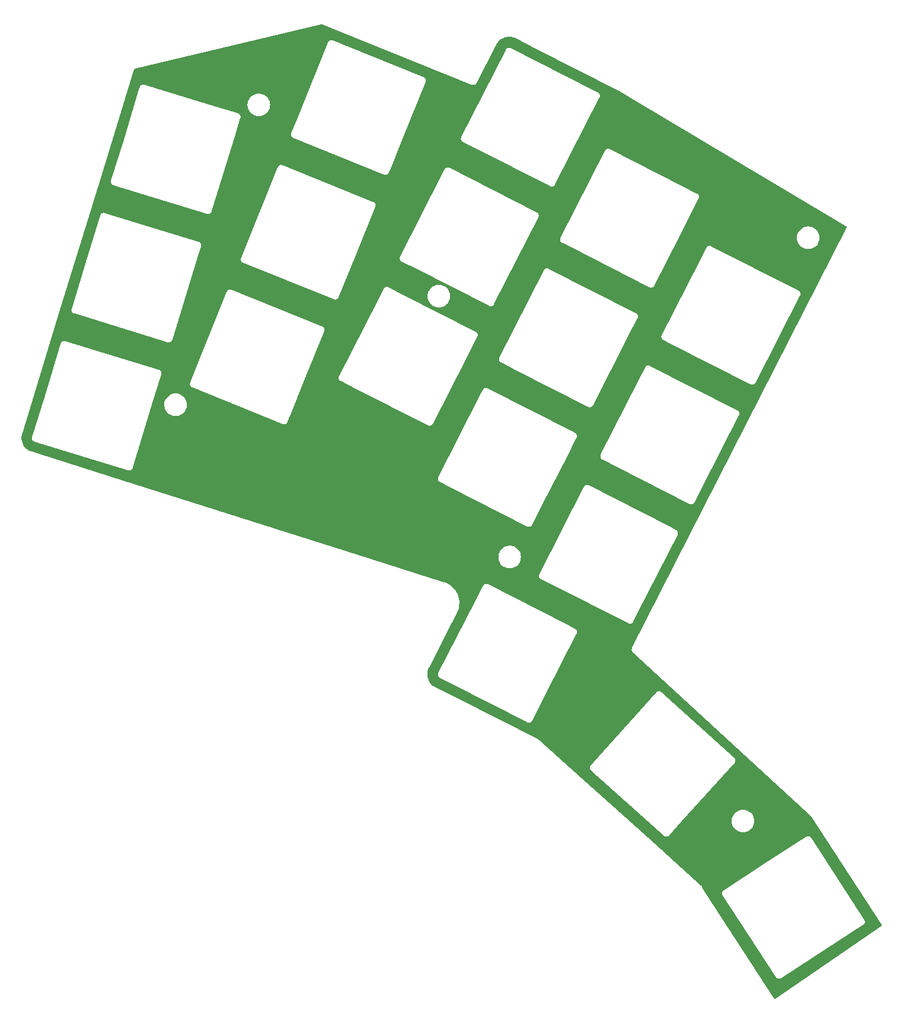
<source format=gbr>
G04 #@! TF.GenerationSoftware,KiCad,Pcbnew,(6.0.7)*
G04 #@! TF.CreationDate,2023-01-10T20:32:18-06:00*
G04 #@! TF.ProjectId,voxcertus-plate,766f7863-6572-4747-9573-2d706c617465,1.7*
G04 #@! TF.SameCoordinates,Original*
G04 #@! TF.FileFunction,Copper,L1,Top*
G04 #@! TF.FilePolarity,Positive*
%FSLAX46Y46*%
G04 Gerber Fmt 4.6, Leading zero omitted, Abs format (unit mm)*
G04 Created by KiCad (PCBNEW (6.0.7)) date 2023-01-10 20:32:18*
%MOMM*%
%LPD*%
G01*
G04 APERTURE LIST*
G04 APERTURE END LIST*
G04 #@! TA.AperFunction,NonConductor*
G36*
X95736418Y-29529007D02*
G01*
X102028707Y-32071189D01*
X117141752Y-38177093D01*
X117144660Y-38178268D01*
X117156188Y-38183617D01*
X117192618Y-38202812D01*
X117201409Y-38204598D01*
X117251153Y-38214704D01*
X117256229Y-38215845D01*
X117314222Y-38230143D01*
X117322588Y-38229785D01*
X117322801Y-38229817D01*
X117326937Y-38230143D01*
X117327154Y-38230145D01*
X117335360Y-38231812D01*
X117344310Y-38231058D01*
X117344311Y-38231058D01*
X117362411Y-38229533D01*
X117394871Y-38226798D01*
X117400040Y-38226470D01*
X117436670Y-38224902D01*
X117450777Y-38224298D01*
X117450778Y-38224298D01*
X117459746Y-38223914D01*
X117467674Y-38221223D01*
X117467903Y-38221192D01*
X117471936Y-38220350D01*
X117472156Y-38220287D01*
X117480503Y-38219584D01*
X117488876Y-38216350D01*
X117488878Y-38216350D01*
X117523933Y-38202812D01*
X117536232Y-38198062D01*
X117541107Y-38196295D01*
X117597673Y-38177093D01*
X117604528Y-38172284D01*
X117604724Y-38172197D01*
X117608387Y-38170242D01*
X117608569Y-38170128D01*
X117616380Y-38167111D01*
X117663811Y-38130826D01*
X117668004Y-38127755D01*
X117709565Y-38098600D01*
X117709566Y-38098599D01*
X117716916Y-38093443D01*
X117722148Y-38086900D01*
X117722306Y-38086766D01*
X117725275Y-38083862D01*
X117725423Y-38083695D01*
X117732069Y-38078611D01*
X117767417Y-38030464D01*
X117770580Y-38026338D01*
X117802279Y-37986699D01*
X117802280Y-37986698D01*
X117807887Y-37979686D01*
X117825045Y-37937954D01*
X117829747Y-37927821D01*
X120608975Y-32574018D01*
X120615879Y-32562310D01*
X120637424Y-32529912D01*
X120640097Y-32521343D01*
X120640099Y-32521339D01*
X120642319Y-32514225D01*
X120651896Y-32491581D01*
X120758649Y-32295166D01*
X120767450Y-32281230D01*
X120875099Y-32133197D01*
X120914465Y-32079064D01*
X120925000Y-32066408D01*
X121097148Y-31885160D01*
X121109248Y-31873984D01*
X121303579Y-31716758D01*
X121317036Y-31707256D01*
X121530240Y-31576734D01*
X121544813Y-31569076D01*
X121773212Y-31467506D01*
X121788676Y-31461809D01*
X122028370Y-31390925D01*
X122044447Y-31387294D01*
X122171265Y-31367266D01*
X122291365Y-31348299D01*
X122307767Y-31346801D01*
X122425040Y-31343783D01*
X122557640Y-31340371D01*
X122574108Y-31341025D01*
X122729057Y-31357381D01*
X122822701Y-31367267D01*
X122838930Y-31370063D01*
X123081969Y-31428530D01*
X123097703Y-31433424D01*
X123299779Y-31511100D01*
X123319866Y-31521479D01*
X123323388Y-31523157D01*
X123330864Y-31528129D01*
X123339436Y-31530803D01*
X123339438Y-31530804D01*
X123349172Y-31533841D01*
X123368920Y-31541892D01*
X126378899Y-33077912D01*
X138085146Y-39051718D01*
X138092295Y-39055665D01*
X170619755Y-58416205D01*
X170668062Y-58468234D01*
X170680570Y-58538120D01*
X170667602Y-58581633D01*
X140083474Y-118668378D01*
X140082824Y-118669465D01*
X140081928Y-118670427D01*
X140046876Y-118740277D01*
X140046558Y-118740906D01*
X140034046Y-118765486D01*
X140033721Y-118766442D01*
X140033432Y-118767067D01*
X140016598Y-118800612D01*
X140014986Y-118809438D01*
X140014984Y-118809445D01*
X140011963Y-118825990D01*
X140007272Y-118844015D01*
X140005081Y-118850442D01*
X139998945Y-118868440D01*
X139998550Y-118877408D01*
X139997648Y-118897860D01*
X139995721Y-118914937D01*
X139990432Y-118943900D01*
X139991362Y-118952823D01*
X139991362Y-118952829D01*
X139993106Y-118969558D01*
X139993663Y-118988171D01*
X139992921Y-119004992D01*
X139992526Y-119013956D01*
X139994662Y-119022668D01*
X139994662Y-119022672D01*
X139999536Y-119042555D01*
X140002480Y-119059487D01*
X140005533Y-119088772D01*
X140008931Y-119097077D01*
X140008932Y-119097081D01*
X140015303Y-119112653D01*
X140021062Y-119130364D01*
X140025068Y-119146705D01*
X140025070Y-119146709D01*
X140027206Y-119155424D01*
X140031703Y-119163190D01*
X140041961Y-119180905D01*
X140049540Y-119196333D01*
X140060689Y-119223583D01*
X140066281Y-119230601D01*
X140066282Y-119230602D01*
X140076769Y-119243762D01*
X140087267Y-119259145D01*
X140100197Y-119281474D01*
X140125560Y-119305649D01*
X140128266Y-119308386D01*
X140130437Y-119311110D01*
X140153810Y-119332602D01*
X140155427Y-119334116D01*
X140199139Y-119375781D01*
X140199142Y-119375783D01*
X140205633Y-119381970D01*
X140209060Y-119383741D01*
X140212148Y-119386245D01*
X165633987Y-142761951D01*
X165654392Y-142786104D01*
X175685600Y-158241664D01*
X175703280Y-158268905D01*
X175723589Y-158336935D01*
X175703893Y-158405145D01*
X175668647Y-158441554D01*
X168893819Y-163068091D01*
X160496651Y-168802526D01*
X160429117Y-168824425D01*
X160360464Y-168806335D01*
X160319833Y-168766960D01*
X150585042Y-153733642D01*
X152900351Y-153733642D01*
X152901577Y-153742534D01*
X152901577Y-153742535D01*
X152904389Y-153762932D01*
X152905570Y-153780030D01*
X152905596Y-153809605D01*
X152908123Y-153818217D01*
X152908123Y-153818219D01*
X152912825Y-153834245D01*
X152916739Y-153852505D01*
X152920245Y-153877935D01*
X152932347Y-153904927D01*
X152938274Y-153920991D01*
X152946600Y-153949372D01*
X152951443Y-153956930D01*
X152965177Y-153978365D01*
X152965580Y-153979046D01*
X152966034Y-153980058D01*
X152983022Y-154006217D01*
X152983351Y-154006727D01*
X153025183Y-154072013D01*
X153026238Y-154072932D01*
X153027044Y-154074005D01*
X160608146Y-165747879D01*
X160650130Y-165813401D01*
X160672432Y-165832822D01*
X160684552Y-165844921D01*
X160704018Y-165867196D01*
X160711585Y-165872026D01*
X160725659Y-165881009D01*
X160740615Y-165892197D01*
X160759976Y-165909057D01*
X160768131Y-165912816D01*
X160768130Y-165912816D01*
X160786835Y-165921440D01*
X160801871Y-165929655D01*
X160826796Y-165945564D01*
X160835413Y-165948076D01*
X160835414Y-165948076D01*
X160851440Y-165952747D01*
X160868934Y-165959287D01*
X160892254Y-165970038D01*
X160901131Y-165971357D01*
X160901132Y-165971357D01*
X160921507Y-165974384D01*
X160938248Y-165978049D01*
X160966634Y-165986323D01*
X160992309Y-165986301D01*
X161010931Y-165987669D01*
X161036330Y-165991442D01*
X161045222Y-165990216D01*
X161045225Y-165990216D01*
X161065623Y-165987404D01*
X161082719Y-165986223D01*
X161103312Y-165986205D01*
X161103314Y-165986205D01*
X161112292Y-165986197D01*
X161136936Y-165978967D01*
X161155192Y-165975054D01*
X161157757Y-165974700D01*
X161180622Y-165971548D01*
X161188812Y-165967876D01*
X161188818Y-165967874D01*
X161207605Y-165959450D01*
X161223686Y-165953517D01*
X161243446Y-165947720D01*
X161252060Y-165945193D01*
X161281049Y-165926618D01*
X161281735Y-165926212D01*
X161282746Y-165925759D01*
X161308963Y-165908733D01*
X161309381Y-165908464D01*
X161371379Y-165868739D01*
X161371383Y-165868736D01*
X161374701Y-165866610D01*
X161375618Y-165865557D01*
X161376698Y-165864746D01*
X165763102Y-163016182D01*
X173050316Y-158283810D01*
X173050777Y-158283513D01*
X173108528Y-158246509D01*
X173108529Y-158246508D01*
X173116089Y-158241664D01*
X173135506Y-158219366D01*
X173147607Y-158207243D01*
X173169884Y-158187776D01*
X173183704Y-158166125D01*
X173194881Y-158151184D01*
X173211745Y-158131818D01*
X173215504Y-158123664D01*
X173215506Y-158123661D01*
X173224125Y-158104965D01*
X173232341Y-158089927D01*
X173243422Y-158072566D01*
X173248253Y-158064998D01*
X173255438Y-158040348D01*
X173261977Y-158022857D01*
X173268970Y-158007689D01*
X173268971Y-158007685D01*
X173272726Y-157999540D01*
X173277071Y-157970295D01*
X173280736Y-157953558D01*
X173286501Y-157933778D01*
X173286502Y-157933771D01*
X173289012Y-157925159D01*
X173288989Y-157899476D01*
X173290356Y-157880857D01*
X173294129Y-157855464D01*
X173290091Y-157826174D01*
X173288911Y-157809082D01*
X173288893Y-157788478D01*
X173288893Y-157788476D01*
X173288885Y-157779501D01*
X173281655Y-157754854D01*
X173277742Y-157736600D01*
X173275462Y-157720066D01*
X173274236Y-157711171D01*
X173270564Y-157702980D01*
X173270562Y-157702975D01*
X173262141Y-157684194D01*
X173256209Y-157668115D01*
X173250411Y-157648352D01*
X173250409Y-157648347D01*
X173247882Y-157639734D01*
X173229294Y-157610723D01*
X173228901Y-157610059D01*
X173228447Y-157609048D01*
X173211542Y-157583017D01*
X173211131Y-157582379D01*
X173171428Y-157520415D01*
X173171425Y-157520411D01*
X173169299Y-157517093D01*
X173168243Y-157516174D01*
X173167434Y-157515096D01*
X165586668Y-145841740D01*
X165586250Y-145841093D01*
X165549193Y-145783259D01*
X165549190Y-145783256D01*
X165544352Y-145775705D01*
X165522045Y-145756280D01*
X165509927Y-145744183D01*
X165490463Y-145721910D01*
X165482893Y-145717078D01*
X165468819Y-145708094D01*
X165453869Y-145696910D01*
X165441277Y-145685945D01*
X165441273Y-145685942D01*
X165434505Y-145680049D01*
X165421885Y-145674231D01*
X165407646Y-145667666D01*
X165392610Y-145659451D01*
X165388365Y-145656742D01*
X165367685Y-145643542D01*
X165359070Y-145641031D01*
X165359066Y-145641029D01*
X165343032Y-145636356D01*
X165325553Y-145629821D01*
X165302227Y-145619068D01*
X165293347Y-145617749D01*
X165293344Y-145617748D01*
X165272984Y-145614724D01*
X165256238Y-145611058D01*
X165251006Y-145609533D01*
X165227846Y-145602782D01*
X165202170Y-145602805D01*
X165183548Y-145601437D01*
X165158151Y-145597664D01*
X165149259Y-145598890D01*
X165149258Y-145598890D01*
X165128861Y-145601702D01*
X165111763Y-145602883D01*
X165091168Y-145602901D01*
X165091166Y-145602901D01*
X165082188Y-145602909D01*
X165073571Y-145605437D01*
X165057551Y-145610137D01*
X165039289Y-145614052D01*
X165022750Y-145616332D01*
X165022749Y-145616332D01*
X165013859Y-145617558D01*
X165005672Y-145621228D01*
X165005667Y-145621230D01*
X164986874Y-145629656D01*
X164970801Y-145635587D01*
X164942421Y-145643913D01*
X164934868Y-145648753D01*
X164934865Y-145648754D01*
X164913433Y-145662487D01*
X164912746Y-145662894D01*
X164911735Y-145663347D01*
X164885518Y-145680373D01*
X164885100Y-145680642D01*
X164823102Y-145720367D01*
X164823098Y-145720370D01*
X164819780Y-145722496D01*
X164818863Y-145723549D01*
X164817783Y-145724360D01*
X158939551Y-149541728D01*
X153144051Y-153305369D01*
X153143828Y-153305513D01*
X153078392Y-153347442D01*
X153058971Y-153369744D01*
X153046872Y-153381864D01*
X153024597Y-153401330D01*
X153019767Y-153408897D01*
X153010784Y-153422971D01*
X152999596Y-153437927D01*
X152982736Y-153457288D01*
X152978977Y-153465442D01*
X152970353Y-153484147D01*
X152962138Y-153499183D01*
X152946229Y-153524108D01*
X152943718Y-153532723D01*
X152943716Y-153532727D01*
X152939043Y-153548761D01*
X152932508Y-153566240D01*
X152921755Y-153589566D01*
X152920436Y-153598446D01*
X152920435Y-153598449D01*
X152917411Y-153618809D01*
X152913745Y-153635554D01*
X152905469Y-153663947D01*
X152905477Y-153672922D01*
X152905492Y-153689619D01*
X152904124Y-153708245D01*
X152900351Y-153733642D01*
X150585042Y-153733642D01*
X150040299Y-152892402D01*
X150031365Y-152876077D01*
X150023830Y-152859504D01*
X150022469Y-152856397D01*
X149997637Y-152797439D01*
X149993044Y-152791795D01*
X149990032Y-152785171D01*
X149984178Y-152778377D01*
X149984176Y-152778374D01*
X149948315Y-152736756D01*
X149946068Y-152734074D01*
X149926992Y-152710634D01*
X149923382Y-152707382D01*
X149921513Y-152705417D01*
X149917366Y-152700836D01*
X149900813Y-152681626D01*
X149900810Y-152681624D01*
X149894953Y-152674826D01*
X149887425Y-152669946D01*
X149887423Y-152669945D01*
X149875808Y-152662417D01*
X149860012Y-152650305D01*
X142300934Y-145841740D01*
X131136420Y-135785709D01*
X134007784Y-135785709D01*
X134011157Y-135815087D01*
X134011950Y-135832199D01*
X134011304Y-135861770D01*
X134013634Y-135870434D01*
X134017971Y-135886563D01*
X134021471Y-135904910D01*
X134024399Y-135930415D01*
X134027885Y-135938687D01*
X134035880Y-135957660D01*
X134041445Y-135973869D01*
X134049125Y-136002432D01*
X134053796Y-136010099D01*
X134062486Y-136024364D01*
X134070992Y-136040986D01*
X134080961Y-136064643D01*
X134097903Y-136085453D01*
X134099628Y-136087572D01*
X134109520Y-136101569D01*
X134124906Y-136126825D01*
X134131542Y-136132874D01*
X134150349Y-136150017D01*
X134150923Y-136150579D01*
X134151620Y-136151435D01*
X134153839Y-136153433D01*
X134153840Y-136153434D01*
X134174730Y-136172243D01*
X134175252Y-136172717D01*
X134232553Y-136224948D01*
X134233810Y-136225563D01*
X134234868Y-136226393D01*
X144575985Y-145537573D01*
X144578628Y-145539953D01*
X144579059Y-145540342D01*
X144636581Y-145592776D01*
X144662191Y-145605294D01*
X144663140Y-145605758D01*
X144677995Y-145614316D01*
X144702557Y-145630791D01*
X144711117Y-145633498D01*
X144727038Y-145638533D01*
X144744381Y-145645469D01*
X144767442Y-145656742D01*
X144776286Y-145658262D01*
X144776287Y-145658262D01*
X144796581Y-145661749D01*
X144813234Y-145665793D01*
X144832873Y-145672004D01*
X144832878Y-145672005D01*
X144841435Y-145674711D01*
X144850411Y-145674907D01*
X144850412Y-145674907D01*
X144867102Y-145675271D01*
X144885692Y-145677061D01*
X144902147Y-145679889D01*
X144902152Y-145679889D01*
X144910996Y-145681409D01*
X144919914Y-145680385D01*
X144919915Y-145680385D01*
X144924233Y-145679889D01*
X144940374Y-145678036D01*
X144957486Y-145677243D01*
X144987057Y-145677889D01*
X145011855Y-145671221D01*
X145030197Y-145667722D01*
X145031956Y-145667520D01*
X145046787Y-145665818D01*
X145046790Y-145665817D01*
X145055702Y-145664794D01*
X145063970Y-145661310D01*
X145063978Y-145661308D01*
X145082954Y-145653312D01*
X145099160Y-145647747D01*
X145127719Y-145640068D01*
X145149650Y-145626707D01*
X145166270Y-145618203D01*
X145181657Y-145611720D01*
X145181662Y-145611717D01*
X145189930Y-145608233D01*
X145212862Y-145589563D01*
X145226862Y-145579669D01*
X145244441Y-145568960D01*
X145244440Y-145568960D01*
X145252112Y-145564287D01*
X145275318Y-145538829D01*
X145275861Y-145538274D01*
X145276722Y-145537573D01*
X145297638Y-145514345D01*
X145297806Y-145514159D01*
X145350235Y-145456640D01*
X145350849Y-145455384D01*
X145351682Y-145454322D01*
X145878196Y-144869569D01*
X147172631Y-143431953D01*
X154283766Y-143431953D01*
X154303631Y-143684356D01*
X154362735Y-143930544D01*
X154459624Y-144164455D01*
X154591912Y-144380329D01*
X154756342Y-144572851D01*
X154948864Y-144737281D01*
X155164738Y-144869569D01*
X155169308Y-144871462D01*
X155169312Y-144871464D01*
X155394076Y-144964564D01*
X155398649Y-144966458D01*
X155483272Y-144986774D01*
X155640024Y-145024407D01*
X155640030Y-145024408D01*
X155644837Y-145025562D01*
X155744656Y-145033418D01*
X155831585Y-145040260D01*
X155831592Y-145040260D01*
X155834041Y-145040453D01*
X155960439Y-145040453D01*
X155962888Y-145040260D01*
X155962895Y-145040260D01*
X156049824Y-145033418D01*
X156149643Y-145025562D01*
X156154450Y-145024408D01*
X156154456Y-145024407D01*
X156311208Y-144986774D01*
X156395831Y-144966458D01*
X156400404Y-144964564D01*
X156625168Y-144871464D01*
X156625172Y-144871462D01*
X156629742Y-144869569D01*
X156845616Y-144737281D01*
X157038138Y-144572851D01*
X157202568Y-144380329D01*
X157334856Y-144164455D01*
X157431745Y-143930544D01*
X157490849Y-143684356D01*
X157510714Y-143431953D01*
X157490849Y-143179550D01*
X157431745Y-142933362D01*
X157370749Y-142786104D01*
X157336751Y-142704025D01*
X157336749Y-142704021D01*
X157334856Y-142699451D01*
X157202568Y-142483577D01*
X157038138Y-142291055D01*
X156845616Y-142126625D01*
X156629742Y-141994337D01*
X156625172Y-141992444D01*
X156625168Y-141992442D01*
X156400404Y-141899342D01*
X156400402Y-141899341D01*
X156395831Y-141897448D01*
X156311208Y-141877132D01*
X156154456Y-141839499D01*
X156154450Y-141839498D01*
X156149643Y-141838344D01*
X156049824Y-141830488D01*
X155962895Y-141823646D01*
X155962888Y-141823646D01*
X155960439Y-141823453D01*
X155834041Y-141823453D01*
X155831592Y-141823646D01*
X155831585Y-141823646D01*
X155744656Y-141830488D01*
X155644837Y-141838344D01*
X155640030Y-141839498D01*
X155640024Y-141839499D01*
X155483272Y-141877132D01*
X155398649Y-141897448D01*
X155394078Y-141899341D01*
X155394076Y-141899342D01*
X155169312Y-141992442D01*
X155169308Y-141992444D01*
X155164738Y-141994337D01*
X154948864Y-142126625D01*
X154756342Y-142291055D01*
X154591912Y-142483577D01*
X154459624Y-142699451D01*
X154457731Y-142704021D01*
X154457729Y-142704025D01*
X154423731Y-142786104D01*
X154362735Y-142933362D01*
X154303631Y-143179550D01*
X154283766Y-143431953D01*
X147172631Y-143431953D01*
X154665307Y-135110493D01*
X154665793Y-135109957D01*
X154712017Y-135059247D01*
X154718064Y-135052613D01*
X154731051Y-135026043D01*
X154739602Y-135011201D01*
X154756078Y-134986637D01*
X154763821Y-134962153D01*
X154770754Y-134944819D01*
X154778087Y-134929816D01*
X154782029Y-134921752D01*
X154783551Y-134912898D01*
X154787039Y-134892605D01*
X154791082Y-134875956D01*
X154797292Y-134856319D01*
X154797293Y-134856312D01*
X154799998Y-134847759D01*
X154800558Y-134822098D01*
X154802348Y-134803508D01*
X154805177Y-134787047D01*
X154805177Y-134787042D01*
X154806697Y-134778198D01*
X154803323Y-134748816D01*
X154802531Y-134731698D01*
X154802980Y-134711113D01*
X154803176Y-134702137D01*
X154796508Y-134677336D01*
X154793011Y-134659006D01*
X154790081Y-134633492D01*
X154786597Y-134625224D01*
X154786595Y-134625216D01*
X154778599Y-134606240D01*
X154773034Y-134590034D01*
X154765355Y-134561475D01*
X154751994Y-134539543D01*
X154743487Y-134522918D01*
X154737005Y-134507535D01*
X154737005Y-134507534D01*
X154733520Y-134499265D01*
X154714851Y-134476334D01*
X154704959Y-134462337D01*
X154694245Y-134444750D01*
X154689574Y-134437082D01*
X154682939Y-134431034D01*
X154664126Y-134413885D01*
X154663557Y-134413328D01*
X154662860Y-134412472D01*
X154660652Y-134410484D01*
X154660643Y-134410475D01*
X154639735Y-134391649D01*
X154639169Y-134391136D01*
X154584835Y-134341611D01*
X154581926Y-134338959D01*
X154580673Y-134338346D01*
X154579612Y-134337514D01*
X144235943Y-125024034D01*
X144235372Y-125023518D01*
X144217769Y-125007472D01*
X144177899Y-124971130D01*
X144151340Y-124958148D01*
X144136486Y-124949590D01*
X144119379Y-124938116D01*
X144111923Y-124933115D01*
X144087443Y-124925373D01*
X144070100Y-124918437D01*
X144065249Y-124916066D01*
X144047038Y-124907164D01*
X144038194Y-124905644D01*
X144038193Y-124905644D01*
X144017899Y-124902157D01*
X144001246Y-124898113D01*
X143981607Y-124891902D01*
X143981602Y-124891901D01*
X143973045Y-124889195D01*
X143964069Y-124888999D01*
X143964068Y-124888999D01*
X143947378Y-124888635D01*
X143928788Y-124886845D01*
X143912333Y-124884017D01*
X143912328Y-124884017D01*
X143903484Y-124882497D01*
X143894566Y-124883521D01*
X143894565Y-124883521D01*
X143890675Y-124883968D01*
X143874106Y-124885870D01*
X143856994Y-124886663D01*
X143827423Y-124886017D01*
X143802625Y-124892685D01*
X143784283Y-124896184D01*
X143758778Y-124899112D01*
X143731529Y-124910594D01*
X143715323Y-124916158D01*
X143686761Y-124923838D01*
X143671533Y-124933115D01*
X143664829Y-124937199D01*
X143648207Y-124945705D01*
X143624550Y-124955674D01*
X143610410Y-124967186D01*
X143601621Y-124974341D01*
X143587624Y-124984233D01*
X143562368Y-124999619D01*
X143556319Y-125006255D01*
X143539176Y-125025062D01*
X143538614Y-125025636D01*
X143537758Y-125026333D01*
X143535760Y-125028552D01*
X143535759Y-125028553D01*
X143516950Y-125049443D01*
X143516476Y-125049965D01*
X143464245Y-125107266D01*
X143463630Y-125108523D01*
X143462800Y-125109581D01*
X134540927Y-135018328D01*
X134149240Y-135453341D01*
X134148851Y-135453772D01*
X134096417Y-135511294D01*
X134092474Y-135519361D01*
X134083435Y-135537853D01*
X134074877Y-135552707D01*
X134058402Y-135577270D01*
X134055695Y-135585830D01*
X134050660Y-135601751D01*
X134043724Y-135619093D01*
X134032451Y-135642155D01*
X134030931Y-135650999D01*
X134030931Y-135651000D01*
X134027444Y-135671294D01*
X134023400Y-135687947D01*
X134017189Y-135707586D01*
X134017188Y-135707591D01*
X134014482Y-135716148D01*
X134014286Y-135725124D01*
X134014286Y-135725125D01*
X134013922Y-135741815D01*
X134012132Y-135760405D01*
X134009304Y-135776860D01*
X134009304Y-135776865D01*
X134007784Y-135785709D01*
X131136420Y-135785709D01*
X126846839Y-131922025D01*
X126831651Y-131905687D01*
X126821443Y-131892540D01*
X126789696Y-131869584D01*
X126784524Y-131865404D01*
X126784495Y-131865442D01*
X126780953Y-131862681D01*
X126777627Y-131859685D01*
X126757024Y-131845861D01*
X126753400Y-131843336D01*
X126734687Y-131829804D01*
X126734683Y-131829802D01*
X126730752Y-131826959D01*
X126726427Y-131824753D01*
X126722265Y-131822208D01*
X126722329Y-131822104D01*
X126716580Y-131818725D01*
X126694756Y-131804082D01*
X126694755Y-131804081D01*
X126687302Y-131799081D01*
X126667694Y-131792876D01*
X126648476Y-131784998D01*
X115529056Y-126114167D01*
X111941167Y-124284367D01*
X111924030Y-124273823D01*
X111913321Y-124265991D01*
X111906075Y-124260691D01*
X111890656Y-124255115D01*
X111868447Y-124244528D01*
X111676446Y-124128737D01*
X111662896Y-124119299D01*
X111638554Y-124099856D01*
X111467120Y-123962927D01*
X111454912Y-123951789D01*
X111281289Y-123771130D01*
X111270642Y-123758486D01*
X111122162Y-123556653D01*
X111113260Y-123542723D01*
X110992482Y-123323191D01*
X110985482Y-123308217D01*
X110894486Y-123074774D01*
X110889505Y-123059012D01*
X110878728Y-123015045D01*
X110829849Y-122815649D01*
X110826975Y-122799372D01*
X110799692Y-122550300D01*
X110798974Y-122533786D01*
X110799637Y-122503900D01*
X112335062Y-122503900D01*
X112335884Y-122512842D01*
X112337768Y-122533343D01*
X112338172Y-122550477D01*
X112336856Y-122580022D01*
X112338989Y-122588741D01*
X112338990Y-122588746D01*
X112342959Y-122604964D01*
X112346041Y-122623383D01*
X112348390Y-122648947D01*
X112351689Y-122657299D01*
X112351689Y-122657301D01*
X112359253Y-122676453D01*
X112364450Y-122692787D01*
X112371477Y-122721505D01*
X112384340Y-122743740D01*
X112392459Y-122760538D01*
X112398594Y-122776073D01*
X112398596Y-122776077D01*
X112401892Y-122784422D01*
X112407399Y-122791508D01*
X112407399Y-122791509D01*
X112420030Y-122807763D01*
X112429604Y-122821984D01*
X112439919Y-122839816D01*
X112439923Y-122839821D01*
X112444415Y-122847586D01*
X112463004Y-122865319D01*
X112475518Y-122879169D01*
X112491267Y-122899436D01*
X112498544Y-122904694D01*
X112498545Y-122904695D01*
X112515235Y-122916755D01*
X112528409Y-122927712D01*
X112549809Y-122948126D01*
X112557779Y-122952249D01*
X112557784Y-122952252D01*
X112580396Y-122963948D01*
X112581090Y-122964339D01*
X112581982Y-122964983D01*
X112584630Y-122966332D01*
X112609633Y-122979072D01*
X112610145Y-122979335D01*
X112679185Y-123015045D01*
X112680561Y-123015313D01*
X112681791Y-123015838D01*
X114540563Y-123962930D01*
X125083770Y-129334964D01*
X125084454Y-129335315D01*
X125145302Y-129366788D01*
X125145305Y-129366789D01*
X125153276Y-129370912D01*
X125182299Y-129376580D01*
X125198857Y-129381002D01*
X125226842Y-129390555D01*
X125252494Y-129391697D01*
X125271027Y-129393907D01*
X125296233Y-129398829D01*
X125325680Y-129396123D01*
X125342810Y-129395719D01*
X125372355Y-129397035D01*
X125381075Y-129394901D01*
X125381078Y-129394901D01*
X125397296Y-129390932D01*
X125415714Y-129387850D01*
X125417962Y-129387644D01*
X125432339Y-129386323D01*
X125432342Y-129386322D01*
X125441280Y-129385501D01*
X125449628Y-129382204D01*
X125449633Y-129382203D01*
X125468782Y-129374640D01*
X125485108Y-129369445D01*
X125513838Y-129362415D01*
X125536075Y-129349551D01*
X125552872Y-129341431D01*
X125576755Y-129331999D01*
X125583842Y-129326492D01*
X125583847Y-129326489D01*
X125600104Y-129313856D01*
X125614316Y-129304288D01*
X125639919Y-129289476D01*
X125657652Y-129270887D01*
X125671502Y-129258373D01*
X125684683Y-129248131D01*
X125684685Y-129248129D01*
X125691769Y-129242624D01*
X125709087Y-129218656D01*
X125720036Y-129205491D01*
X125740459Y-129184082D01*
X125744582Y-129176111D01*
X125744584Y-129176108D01*
X125756287Y-129153481D01*
X125756669Y-129152803D01*
X125757316Y-129151908D01*
X125771406Y-129124253D01*
X125771561Y-129123952D01*
X125807378Y-129054707D01*
X125807647Y-129053330D01*
X125808176Y-129052090D01*
X127788937Y-125164629D01*
X132127295Y-116650122D01*
X132127630Y-116649470D01*
X132159119Y-116588592D01*
X132163245Y-116580615D01*
X132168913Y-116551590D01*
X132173335Y-116535030D01*
X132179987Y-116515546D01*
X132179987Y-116515545D01*
X132182888Y-116507048D01*
X132184030Y-116481396D01*
X132186240Y-116462863D01*
X132191162Y-116437657D01*
X132188456Y-116408210D01*
X132188052Y-116391076D01*
X132188968Y-116370505D01*
X132189368Y-116361535D01*
X132183264Y-116336589D01*
X132180185Y-116318190D01*
X132177834Y-116292610D01*
X132166974Y-116265111D01*
X132161777Y-116248777D01*
X132156882Y-116228771D01*
X132156881Y-116228769D01*
X132154748Y-116220051D01*
X132141890Y-116197825D01*
X132133760Y-116181008D01*
X132127628Y-116165481D01*
X132124332Y-116157135D01*
X132106194Y-116133793D01*
X132096624Y-116119578D01*
X132086306Y-116101743D01*
X132086303Y-116101740D01*
X132081809Y-116093971D01*
X132063220Y-116076238D01*
X132050706Y-116062388D01*
X132040466Y-116049210D01*
X132040465Y-116049209D01*
X132034957Y-116042121D01*
X132027679Y-116036862D01*
X132010989Y-116024802D01*
X131997815Y-116013845D01*
X131982913Y-115999630D01*
X131976415Y-115993431D01*
X131967799Y-115988975D01*
X131945830Y-115977611D01*
X131945135Y-115977219D01*
X131944242Y-115976574D01*
X131916559Y-115962468D01*
X131916004Y-115962183D01*
X131850547Y-115928326D01*
X131847040Y-115926512D01*
X131845664Y-115926243D01*
X131844422Y-115925713D01*
X130544246Y-115263240D01*
X119442519Y-109606628D01*
X119441867Y-109606293D01*
X119429943Y-109600125D01*
X119401379Y-109585350D01*
X119380924Y-109574770D01*
X119372949Y-109570645D01*
X119343929Y-109564978D01*
X119327367Y-109560556D01*
X119307877Y-109553902D01*
X119307875Y-109553902D01*
X119299382Y-109551002D01*
X119273730Y-109549860D01*
X119255197Y-109547650D01*
X119229991Y-109542728D01*
X119200544Y-109545434D01*
X119183414Y-109545838D01*
X119153869Y-109544522D01*
X119145150Y-109546655D01*
X119145145Y-109546656D01*
X119128927Y-109550625D01*
X119110508Y-109553707D01*
X119093889Y-109555234D01*
X119093888Y-109555234D01*
X119084944Y-109556056D01*
X119076592Y-109559355D01*
X119076590Y-109559355D01*
X119057438Y-109566919D01*
X119041104Y-109572116D01*
X119021107Y-109577009D01*
X119012386Y-109579143D01*
X118990151Y-109592006D01*
X118973353Y-109600125D01*
X118957818Y-109606260D01*
X118957814Y-109606262D01*
X118949469Y-109609558D01*
X118942383Y-109615065D01*
X118942382Y-109615065D01*
X118926128Y-109627696D01*
X118911907Y-109637270D01*
X118894075Y-109647585D01*
X118894070Y-109647589D01*
X118886305Y-109652081D01*
X118868572Y-109670670D01*
X118854722Y-109683184D01*
X118834455Y-109698933D01*
X118829197Y-109706210D01*
X118829196Y-109706211D01*
X118817136Y-109722901D01*
X118806179Y-109736075D01*
X118785765Y-109757475D01*
X118781642Y-109765445D01*
X118781639Y-109765450D01*
X118769942Y-109788064D01*
X118769553Y-109788755D01*
X118768908Y-109789648D01*
X118754738Y-109817459D01*
X118754583Y-109817760D01*
X118718846Y-109886851D01*
X118718578Y-109888226D01*
X118718052Y-109889459D01*
X117655228Y-111975369D01*
X112398928Y-122291437D01*
X112398612Y-122292053D01*
X112362979Y-122360943D01*
X112361259Y-122369752D01*
X112357311Y-122389968D01*
X112352889Y-122406526D01*
X112346237Y-122426011D01*
X112343336Y-122434509D01*
X112342937Y-122443477D01*
X112342194Y-122460157D01*
X112339984Y-122478694D01*
X112335062Y-122503900D01*
X110799637Y-122503900D01*
X110804531Y-122283287D01*
X110805981Y-122266820D01*
X110806188Y-122265487D01*
X110844283Y-122019206D01*
X110847876Y-122003071D01*
X110918263Y-121762603D01*
X110923938Y-121747077D01*
X111011729Y-121548382D01*
X111022807Y-121529303D01*
X111024870Y-121525471D01*
X111030200Y-121518255D01*
X111033289Y-121509837D01*
X111033293Y-121509829D01*
X111042259Y-121485393D01*
X111048313Y-121471528D01*
X113516727Y-116633889D01*
X115052324Y-113624400D01*
X115061674Y-113608930D01*
X115074723Y-113590473D01*
X115077531Y-113586502D01*
X115083115Y-113575259D01*
X115084585Y-113570615D01*
X115084749Y-113570208D01*
X115088316Y-113560462D01*
X115207620Y-113274375D01*
X115207621Y-113274373D01*
X115208921Y-113271255D01*
X115302294Y-112955827D01*
X115361352Y-112632213D01*
X115385416Y-112304137D01*
X115377834Y-112081674D01*
X115374325Y-111978739D01*
X115374325Y-111978737D01*
X115374210Y-111975369D01*
X115327862Y-111649693D01*
X115246905Y-111330852D01*
X115132271Y-111022514D01*
X114985277Y-110728224D01*
X114807615Y-110451368D01*
X114601326Y-110195129D01*
X114368785Y-109962453D01*
X114112664Y-109756017D01*
X113950903Y-109652081D01*
X113838754Y-109580022D01*
X113838749Y-109580019D01*
X113835910Y-109578195D01*
X113832895Y-109576687D01*
X113832890Y-109576684D01*
X113544726Y-109432543D01*
X113544724Y-109432542D01*
X113541705Y-109431032D01*
X113468465Y-109403755D01*
X113263383Y-109327375D01*
X113250353Y-109321665D01*
X113249975Y-109321473D01*
X113249973Y-109321472D01*
X113245631Y-109319269D01*
X113241002Y-109317761D01*
X113240998Y-109317759D01*
X113239617Y-109317309D01*
X113233696Y-109315380D01*
X113228896Y-109314602D01*
X113228891Y-109314601D01*
X113212465Y-109311940D01*
X113207410Y-109311121D01*
X113189505Y-109306857D01*
X110227767Y-108368311D01*
X126751006Y-108368311D01*
X126751828Y-108377253D01*
X126753712Y-108397754D01*
X126754116Y-108414888D01*
X126752800Y-108444433D01*
X126754933Y-108453152D01*
X126754934Y-108453157D01*
X126758903Y-108469375D01*
X126761985Y-108487794D01*
X126764334Y-108513358D01*
X126767633Y-108521710D01*
X126767633Y-108521712D01*
X126775197Y-108540864D01*
X126780394Y-108557198D01*
X126787421Y-108585916D01*
X126800284Y-108608151D01*
X126808403Y-108624949D01*
X126814538Y-108640484D01*
X126814540Y-108640488D01*
X126817836Y-108648833D01*
X126823343Y-108655919D01*
X126823343Y-108655920D01*
X126835974Y-108672174D01*
X126845548Y-108686395D01*
X126855863Y-108704227D01*
X126855867Y-108704232D01*
X126860359Y-108711997D01*
X126878948Y-108729730D01*
X126891462Y-108743580D01*
X126907211Y-108763847D01*
X126914488Y-108769105D01*
X126914489Y-108769106D01*
X126931179Y-108781166D01*
X126944353Y-108792123D01*
X126965753Y-108812537D01*
X126973723Y-108816660D01*
X126973728Y-108816663D01*
X126996340Y-108828359D01*
X126997034Y-108828750D01*
X126997926Y-108829394D01*
X127000574Y-108830743D01*
X127025577Y-108843483D01*
X127026089Y-108843746D01*
X127095129Y-108879456D01*
X127096505Y-108879724D01*
X127097735Y-108880249D01*
X128806640Y-109750980D01*
X139499714Y-115199375D01*
X139500398Y-115199726D01*
X139561246Y-115231199D01*
X139561249Y-115231200D01*
X139569220Y-115235323D01*
X139598243Y-115240991D01*
X139614801Y-115245413D01*
X139642786Y-115254966D01*
X139668438Y-115256108D01*
X139686971Y-115258318D01*
X139712177Y-115263240D01*
X139741624Y-115260534D01*
X139758754Y-115260130D01*
X139788299Y-115261446D01*
X139797019Y-115259312D01*
X139797022Y-115259312D01*
X139813240Y-115255343D01*
X139831658Y-115252261D01*
X139833906Y-115252055D01*
X139848283Y-115250734D01*
X139848286Y-115250733D01*
X139857224Y-115249912D01*
X139865572Y-115246615D01*
X139865577Y-115246614D01*
X139884726Y-115239051D01*
X139901052Y-115233856D01*
X139929782Y-115226826D01*
X139952019Y-115213962D01*
X139968816Y-115205842D01*
X139992699Y-115196410D01*
X139999786Y-115190903D01*
X139999791Y-115190900D01*
X140016048Y-115178267D01*
X140030260Y-115168699D01*
X140055863Y-115153887D01*
X140073596Y-115135298D01*
X140087446Y-115122784D01*
X140100627Y-115112542D01*
X140100629Y-115112540D01*
X140107713Y-115107035D01*
X140125031Y-115083067D01*
X140135980Y-115069902D01*
X140156403Y-115048493D01*
X140160526Y-115040522D01*
X140160528Y-115040519D01*
X140172231Y-115017892D01*
X140172613Y-115017214D01*
X140173260Y-115016319D01*
X140187350Y-114988664D01*
X140187505Y-114988363D01*
X140223322Y-114919118D01*
X140223591Y-114917741D01*
X140224120Y-114916501D01*
X140901789Y-113586502D01*
X146543239Y-102514533D01*
X146543574Y-102513881D01*
X146575063Y-102453003D01*
X146579189Y-102445026D01*
X146584857Y-102416001D01*
X146589279Y-102399441D01*
X146595931Y-102379957D01*
X146595931Y-102379956D01*
X146598832Y-102371459D01*
X146599974Y-102345807D01*
X146602184Y-102327274D01*
X146607106Y-102302068D01*
X146604400Y-102272621D01*
X146603996Y-102255487D01*
X146604912Y-102234916D01*
X146605312Y-102225946D01*
X146599208Y-102201000D01*
X146596129Y-102182601D01*
X146593778Y-102157021D01*
X146582918Y-102129522D01*
X146577721Y-102113188D01*
X146572826Y-102093182D01*
X146572825Y-102093180D01*
X146570692Y-102084462D01*
X146557834Y-102062236D01*
X146549704Y-102045419D01*
X146543572Y-102029892D01*
X146540276Y-102021546D01*
X146522138Y-101998204D01*
X146512568Y-101983989D01*
X146502250Y-101966154D01*
X146502247Y-101966151D01*
X146497753Y-101958382D01*
X146479164Y-101940649D01*
X146466650Y-101926799D01*
X146456410Y-101913621D01*
X146456409Y-101913620D01*
X146450901Y-101906532D01*
X146443623Y-101901273D01*
X146426933Y-101889213D01*
X146413759Y-101878256D01*
X146398857Y-101864041D01*
X146392359Y-101857842D01*
X146383743Y-101853386D01*
X146361774Y-101842022D01*
X146361079Y-101841630D01*
X146360186Y-101840985D01*
X146332503Y-101826879D01*
X146331948Y-101826594D01*
X146266491Y-101792737D01*
X146262984Y-101790923D01*
X146261608Y-101790654D01*
X146260366Y-101790124D01*
X145484578Y-101394840D01*
X133858463Y-95471039D01*
X133857811Y-95470704D01*
X133845887Y-95464536D01*
X133817323Y-95449761D01*
X133796868Y-95439181D01*
X133788893Y-95435056D01*
X133759873Y-95429389D01*
X133743311Y-95424967D01*
X133723821Y-95418313D01*
X133723819Y-95418313D01*
X133715326Y-95415413D01*
X133689674Y-95414271D01*
X133671141Y-95412061D01*
X133645935Y-95407139D01*
X133616488Y-95409845D01*
X133599358Y-95410249D01*
X133569813Y-95408933D01*
X133561094Y-95411066D01*
X133561089Y-95411067D01*
X133544871Y-95415036D01*
X133526452Y-95418118D01*
X133509833Y-95419645D01*
X133509832Y-95419645D01*
X133500888Y-95420467D01*
X133492536Y-95423766D01*
X133492534Y-95423766D01*
X133473382Y-95431330D01*
X133457048Y-95436527D01*
X133437051Y-95441420D01*
X133428330Y-95443554D01*
X133406095Y-95456417D01*
X133389297Y-95464536D01*
X133373762Y-95470671D01*
X133373758Y-95470673D01*
X133365413Y-95473969D01*
X133358327Y-95479476D01*
X133358326Y-95479476D01*
X133342072Y-95492107D01*
X133327851Y-95501681D01*
X133310019Y-95511996D01*
X133310014Y-95512000D01*
X133302249Y-95516492D01*
X133284516Y-95535081D01*
X133270666Y-95547595D01*
X133250399Y-95563344D01*
X133245141Y-95570621D01*
X133245140Y-95570622D01*
X133233080Y-95587312D01*
X133222123Y-95600486D01*
X133201709Y-95621886D01*
X133197586Y-95629856D01*
X133197583Y-95629861D01*
X133185886Y-95652475D01*
X133185497Y-95653166D01*
X133184852Y-95654059D01*
X133170682Y-95681870D01*
X133170527Y-95682171D01*
X133134790Y-95751262D01*
X133134522Y-95752637D01*
X133133995Y-95753872D01*
X126814872Y-108155848D01*
X126814556Y-108156464D01*
X126778923Y-108225354D01*
X126777203Y-108234163D01*
X126773255Y-108254379D01*
X126768833Y-108270937D01*
X126762181Y-108290422D01*
X126759280Y-108298920D01*
X126758881Y-108307888D01*
X126758138Y-108324568D01*
X126755928Y-108343105D01*
X126751006Y-108368311D01*
X110227767Y-108368311D01*
X101813629Y-105701953D01*
X120953766Y-105701953D01*
X120973631Y-105954356D01*
X121032735Y-106200544D01*
X121129624Y-106434455D01*
X121261912Y-106650329D01*
X121426342Y-106842851D01*
X121618864Y-107007281D01*
X121834738Y-107139569D01*
X121839308Y-107141462D01*
X121839312Y-107141464D01*
X122064076Y-107234564D01*
X122068649Y-107236458D01*
X122153272Y-107256774D01*
X122310024Y-107294407D01*
X122310030Y-107294408D01*
X122314837Y-107295562D01*
X122414656Y-107303418D01*
X122501585Y-107310260D01*
X122501592Y-107310260D01*
X122504041Y-107310453D01*
X122630439Y-107310453D01*
X122632888Y-107310260D01*
X122632895Y-107310260D01*
X122719824Y-107303418D01*
X122819643Y-107295562D01*
X122824450Y-107294408D01*
X122824456Y-107294407D01*
X122981208Y-107256774D01*
X123065831Y-107236458D01*
X123070404Y-107234564D01*
X123295168Y-107141464D01*
X123295172Y-107141462D01*
X123299742Y-107139569D01*
X123515616Y-107007281D01*
X123708138Y-106842851D01*
X123872568Y-106650329D01*
X124004856Y-106434455D01*
X124101745Y-106200544D01*
X124160849Y-105954356D01*
X124180714Y-105701953D01*
X124160849Y-105449550D01*
X124101745Y-105203362D01*
X124004856Y-104969451D01*
X123872568Y-104753577D01*
X123708138Y-104561055D01*
X123515616Y-104396625D01*
X123299742Y-104264337D01*
X123295172Y-104262444D01*
X123295168Y-104262442D01*
X123070404Y-104169342D01*
X123070402Y-104169341D01*
X123065831Y-104167448D01*
X122981208Y-104147132D01*
X122824456Y-104109499D01*
X122824450Y-104109498D01*
X122819643Y-104108344D01*
X122719824Y-104100488D01*
X122632895Y-104093646D01*
X122632888Y-104093646D01*
X122630439Y-104093453D01*
X122504041Y-104093453D01*
X122501592Y-104093646D01*
X122501585Y-104093646D01*
X122414656Y-104100488D01*
X122314837Y-104108344D01*
X122310030Y-104109498D01*
X122310024Y-104109499D01*
X122153272Y-104147132D01*
X122068649Y-104167448D01*
X122064078Y-104169341D01*
X122064076Y-104169342D01*
X121839312Y-104262442D01*
X121839308Y-104262444D01*
X121834738Y-104264337D01*
X121618864Y-104396625D01*
X121426342Y-104561055D01*
X121261912Y-104753577D01*
X121129624Y-104969451D01*
X121032735Y-105203362D01*
X120973631Y-105449550D01*
X120953766Y-105701953D01*
X101813629Y-105701953D01*
X78019759Y-98161908D01*
X66463717Y-94499911D01*
X112323806Y-94499911D01*
X112324628Y-94508853D01*
X112326512Y-94529354D01*
X112326916Y-94546488D01*
X112325600Y-94576033D01*
X112327733Y-94584752D01*
X112327734Y-94584757D01*
X112331703Y-94600975D01*
X112334785Y-94619394D01*
X112337134Y-94644958D01*
X112340433Y-94653310D01*
X112340433Y-94653312D01*
X112347997Y-94672464D01*
X112353194Y-94688798D01*
X112360221Y-94717516D01*
X112373084Y-94739751D01*
X112381203Y-94756549D01*
X112387338Y-94772084D01*
X112387340Y-94772088D01*
X112390636Y-94780433D01*
X112396143Y-94787519D01*
X112396143Y-94787520D01*
X112408774Y-94803774D01*
X112418348Y-94817995D01*
X112428663Y-94835827D01*
X112428667Y-94835832D01*
X112433159Y-94843597D01*
X112451748Y-94861330D01*
X112464262Y-94875180D01*
X112480011Y-94895447D01*
X112487288Y-94900705D01*
X112487289Y-94900706D01*
X112503979Y-94912766D01*
X112517153Y-94923723D01*
X112538553Y-94944137D01*
X112546523Y-94948260D01*
X112546528Y-94948263D01*
X112569140Y-94959959D01*
X112569834Y-94960350D01*
X112570726Y-94960994D01*
X112573374Y-94962343D01*
X112598377Y-94975083D01*
X112598889Y-94975346D01*
X112667929Y-95011056D01*
X112669305Y-95011324D01*
X112670535Y-95011849D01*
X113985786Y-95682003D01*
X125072514Y-101330975D01*
X125073198Y-101331326D01*
X125134046Y-101362799D01*
X125134049Y-101362800D01*
X125142020Y-101366923D01*
X125171043Y-101372591D01*
X125187601Y-101377013D01*
X125215586Y-101386566D01*
X125241238Y-101387708D01*
X125259771Y-101389918D01*
X125284977Y-101394840D01*
X125314424Y-101392134D01*
X125331554Y-101391730D01*
X125361099Y-101393046D01*
X125369819Y-101390912D01*
X125369822Y-101390912D01*
X125386040Y-101386943D01*
X125404458Y-101383861D01*
X125406706Y-101383655D01*
X125421083Y-101382334D01*
X125421086Y-101382333D01*
X125430024Y-101381512D01*
X125438372Y-101378215D01*
X125438377Y-101378214D01*
X125457526Y-101370651D01*
X125473852Y-101365456D01*
X125502582Y-101358426D01*
X125524819Y-101345562D01*
X125541616Y-101337442D01*
X125565499Y-101328010D01*
X125572586Y-101322503D01*
X125572591Y-101322500D01*
X125588848Y-101309867D01*
X125603060Y-101300299D01*
X125628663Y-101285487D01*
X125646396Y-101266898D01*
X125660246Y-101254384D01*
X125673427Y-101244142D01*
X125673429Y-101244140D01*
X125680513Y-101238635D01*
X125697831Y-101214667D01*
X125708780Y-101201502D01*
X125729203Y-101180093D01*
X125733326Y-101172122D01*
X125733328Y-101172119D01*
X125745031Y-101149492D01*
X125745413Y-101148814D01*
X125746060Y-101147919D01*
X125760150Y-101120264D01*
X125760305Y-101119963D01*
X125796122Y-101050718D01*
X125796391Y-101049341D01*
X125796920Y-101048101D01*
X127265877Y-98165112D01*
X130777017Y-91274111D01*
X135514006Y-91274111D01*
X135514828Y-91283053D01*
X135516712Y-91303554D01*
X135517116Y-91320688D01*
X135515800Y-91350233D01*
X135517933Y-91358952D01*
X135517934Y-91358957D01*
X135521903Y-91375175D01*
X135524985Y-91393594D01*
X135527334Y-91419158D01*
X135530633Y-91427510D01*
X135530633Y-91427512D01*
X135538197Y-91446664D01*
X135543394Y-91462998D01*
X135550421Y-91491716D01*
X135563284Y-91513951D01*
X135571403Y-91530749D01*
X135577538Y-91546284D01*
X135577540Y-91546288D01*
X135580836Y-91554633D01*
X135586343Y-91561719D01*
X135586343Y-91561720D01*
X135598974Y-91577974D01*
X135608548Y-91592195D01*
X135618863Y-91610027D01*
X135618867Y-91610032D01*
X135623359Y-91617797D01*
X135641948Y-91635530D01*
X135654462Y-91649380D01*
X135670211Y-91669647D01*
X135677488Y-91674905D01*
X135677489Y-91674906D01*
X135694179Y-91686966D01*
X135707353Y-91697923D01*
X135728753Y-91718337D01*
X135736723Y-91722460D01*
X135736728Y-91722463D01*
X135759340Y-91734159D01*
X135760034Y-91734550D01*
X135760926Y-91735194D01*
X135763574Y-91736543D01*
X135788577Y-91749283D01*
X135789089Y-91749546D01*
X135858129Y-91785256D01*
X135859505Y-91785524D01*
X135860735Y-91786049D01*
X138049987Y-92901529D01*
X148262714Y-98105175D01*
X148263398Y-98105526D01*
X148324246Y-98136999D01*
X148324249Y-98137000D01*
X148332220Y-98141123D01*
X148361243Y-98146791D01*
X148377801Y-98151213D01*
X148405786Y-98160766D01*
X148431438Y-98161908D01*
X148449971Y-98164118D01*
X148475177Y-98169040D01*
X148504624Y-98166334D01*
X148521754Y-98165930D01*
X148551299Y-98167246D01*
X148560019Y-98165112D01*
X148560022Y-98165112D01*
X148576240Y-98161143D01*
X148594658Y-98158061D01*
X148596906Y-98157855D01*
X148611283Y-98156534D01*
X148611286Y-98156533D01*
X148620224Y-98155712D01*
X148628572Y-98152415D01*
X148628577Y-98152414D01*
X148647726Y-98144851D01*
X148664052Y-98139656D01*
X148692782Y-98132626D01*
X148715019Y-98119762D01*
X148731816Y-98111642D01*
X148755699Y-98102210D01*
X148762786Y-98096703D01*
X148762791Y-98096700D01*
X148779048Y-98084067D01*
X148793260Y-98074499D01*
X148818863Y-98059687D01*
X148836596Y-98041098D01*
X148850446Y-98028584D01*
X148863627Y-98018342D01*
X148863629Y-98018340D01*
X148870713Y-98012835D01*
X148888031Y-97988867D01*
X148898980Y-97975702D01*
X148919403Y-97954293D01*
X148923526Y-97946322D01*
X148923528Y-97946319D01*
X148935231Y-97923692D01*
X148935613Y-97923014D01*
X148936260Y-97922119D01*
X148950350Y-97894464D01*
X148950505Y-97894163D01*
X148986322Y-97824918D01*
X148986591Y-97823541D01*
X148987120Y-97822301D01*
X150041501Y-95752963D01*
X155306239Y-85420333D01*
X155306574Y-85419681D01*
X155338063Y-85358803D01*
X155342189Y-85350826D01*
X155347857Y-85321801D01*
X155352279Y-85305241D01*
X155358931Y-85285757D01*
X155358931Y-85285756D01*
X155361832Y-85277259D01*
X155362974Y-85251607D01*
X155365184Y-85233074D01*
X155370106Y-85207868D01*
X155367400Y-85178421D01*
X155366996Y-85161287D01*
X155367912Y-85140716D01*
X155368312Y-85131746D01*
X155362208Y-85106800D01*
X155359129Y-85088401D01*
X155356778Y-85062821D01*
X155345918Y-85035322D01*
X155340721Y-85018988D01*
X155335826Y-84998982D01*
X155335825Y-84998980D01*
X155333692Y-84990262D01*
X155320834Y-84968036D01*
X155312704Y-84951219D01*
X155306572Y-84935692D01*
X155303276Y-84927346D01*
X155285138Y-84904004D01*
X155275568Y-84889789D01*
X155265250Y-84871954D01*
X155265247Y-84871951D01*
X155260753Y-84864182D01*
X155242164Y-84846449D01*
X155229650Y-84832599D01*
X155219410Y-84819421D01*
X155219409Y-84819420D01*
X155213901Y-84812332D01*
X155206623Y-84807073D01*
X155189933Y-84795013D01*
X155176759Y-84784056D01*
X155161857Y-84769841D01*
X155155359Y-84763642D01*
X155146743Y-84759186D01*
X155124774Y-84747822D01*
X155124079Y-84747430D01*
X155123186Y-84746785D01*
X155095503Y-84732679D01*
X155094948Y-84732394D01*
X155029491Y-84698537D01*
X155025984Y-84696723D01*
X155024608Y-84696454D01*
X155023366Y-84695924D01*
X154975736Y-84671655D01*
X142621463Y-78376839D01*
X142620811Y-78376504D01*
X142608887Y-78370336D01*
X142580323Y-78355561D01*
X142559868Y-78344981D01*
X142551893Y-78340856D01*
X142522873Y-78335189D01*
X142506311Y-78330767D01*
X142486821Y-78324113D01*
X142486819Y-78324113D01*
X142478326Y-78321213D01*
X142452674Y-78320071D01*
X142434141Y-78317861D01*
X142408935Y-78312939D01*
X142379488Y-78315645D01*
X142362358Y-78316049D01*
X142332813Y-78314733D01*
X142324094Y-78316866D01*
X142324089Y-78316867D01*
X142307871Y-78320836D01*
X142289452Y-78323918D01*
X142272833Y-78325445D01*
X142272832Y-78325445D01*
X142263888Y-78326267D01*
X142255536Y-78329566D01*
X142255534Y-78329566D01*
X142236382Y-78337130D01*
X142220048Y-78342327D01*
X142200051Y-78347220D01*
X142191330Y-78349354D01*
X142169095Y-78362217D01*
X142152297Y-78370336D01*
X142136762Y-78376471D01*
X142136758Y-78376473D01*
X142128413Y-78379769D01*
X142121327Y-78385276D01*
X142121326Y-78385276D01*
X142105072Y-78397907D01*
X142090851Y-78407481D01*
X142073019Y-78417796D01*
X142073014Y-78417800D01*
X142065249Y-78422292D01*
X142047516Y-78440881D01*
X142033666Y-78453395D01*
X142013399Y-78469144D01*
X142008141Y-78476421D01*
X142008140Y-78476422D01*
X141996080Y-78493112D01*
X141985123Y-78506286D01*
X141964709Y-78527686D01*
X141960586Y-78535656D01*
X141960583Y-78535661D01*
X141948886Y-78558275D01*
X141948497Y-78558966D01*
X141947852Y-78559859D01*
X141933682Y-78587670D01*
X141933527Y-78587971D01*
X141897790Y-78657062D01*
X141897522Y-78658437D01*
X141896996Y-78659670D01*
X140966770Y-80485341D01*
X135577872Y-91061648D01*
X135577556Y-91062264D01*
X135541923Y-91131154D01*
X135540203Y-91139963D01*
X135536255Y-91160179D01*
X135531833Y-91176737D01*
X135525181Y-91196222D01*
X135522280Y-91204720D01*
X135521881Y-91213688D01*
X135521138Y-91230368D01*
X135518928Y-91248905D01*
X135514006Y-91274111D01*
X130777017Y-91274111D01*
X132116039Y-88646133D01*
X132116374Y-88645481D01*
X132147863Y-88584603D01*
X132151989Y-88576626D01*
X132157657Y-88547601D01*
X132162079Y-88531041D01*
X132168731Y-88511557D01*
X132168731Y-88511556D01*
X132171632Y-88503059D01*
X132172774Y-88477407D01*
X132174984Y-88458874D01*
X132179906Y-88433668D01*
X132177200Y-88404221D01*
X132176796Y-88387087D01*
X132177712Y-88366516D01*
X132178112Y-88357546D01*
X132172008Y-88332600D01*
X132168929Y-88314201D01*
X132166578Y-88288621D01*
X132155718Y-88261122D01*
X132150521Y-88244788D01*
X132145626Y-88224782D01*
X132145625Y-88224780D01*
X132143492Y-88216062D01*
X132130634Y-88193836D01*
X132122504Y-88177019D01*
X132116372Y-88161492D01*
X132113076Y-88153146D01*
X132094938Y-88129804D01*
X132085368Y-88115589D01*
X132075050Y-88097754D01*
X132075047Y-88097751D01*
X132070553Y-88089982D01*
X132051964Y-88072249D01*
X132039450Y-88058399D01*
X132029210Y-88045221D01*
X132029209Y-88045220D01*
X132023701Y-88038132D01*
X132010861Y-88028854D01*
X131999733Y-88020813D01*
X131986559Y-88009856D01*
X131971657Y-87995641D01*
X131965159Y-87989442D01*
X131956543Y-87984986D01*
X131934574Y-87973622D01*
X131933879Y-87973230D01*
X131932986Y-87972585D01*
X131905303Y-87958479D01*
X131904748Y-87958194D01*
X131839291Y-87924337D01*
X131835784Y-87922523D01*
X131834408Y-87922254D01*
X131833166Y-87921724D01*
X131460573Y-87731878D01*
X119431263Y-81602639D01*
X119430611Y-81602304D01*
X119418687Y-81596136D01*
X119390123Y-81581361D01*
X119369668Y-81570781D01*
X119361693Y-81566656D01*
X119332673Y-81560989D01*
X119316111Y-81556567D01*
X119296621Y-81549913D01*
X119296619Y-81549913D01*
X119288126Y-81547013D01*
X119262474Y-81545871D01*
X119243941Y-81543661D01*
X119218735Y-81538739D01*
X119189288Y-81541445D01*
X119172158Y-81541849D01*
X119142613Y-81540533D01*
X119133894Y-81542666D01*
X119133889Y-81542667D01*
X119117671Y-81546636D01*
X119099252Y-81549718D01*
X119082633Y-81551245D01*
X119082632Y-81551245D01*
X119073688Y-81552067D01*
X119065336Y-81555366D01*
X119065334Y-81555366D01*
X119046182Y-81562930D01*
X119029848Y-81568127D01*
X119009851Y-81573020D01*
X119001130Y-81575154D01*
X118978895Y-81588017D01*
X118962097Y-81596136D01*
X118946562Y-81602271D01*
X118946558Y-81602273D01*
X118938213Y-81605569D01*
X118931127Y-81611076D01*
X118931126Y-81611076D01*
X118914872Y-81623707D01*
X118900651Y-81633281D01*
X118882819Y-81643596D01*
X118882814Y-81643600D01*
X118875049Y-81648092D01*
X118857316Y-81666681D01*
X118843466Y-81679195D01*
X118823199Y-81694944D01*
X118817941Y-81702221D01*
X118817940Y-81702222D01*
X118805880Y-81718912D01*
X118794923Y-81732086D01*
X118774509Y-81753486D01*
X118770386Y-81761456D01*
X118770383Y-81761461D01*
X118758686Y-81784075D01*
X118758297Y-81784766D01*
X118757652Y-81785659D01*
X118743482Y-81813470D01*
X118743327Y-81813771D01*
X118707590Y-81882862D01*
X118707322Y-81884237D01*
X118706796Y-81885470D01*
X118326806Y-82631243D01*
X112387672Y-94287448D01*
X112387356Y-94288064D01*
X112351723Y-94356954D01*
X112350003Y-94365763D01*
X112346055Y-94385979D01*
X112341633Y-94402537D01*
X112334981Y-94422022D01*
X112332080Y-94430520D01*
X112331681Y-94439488D01*
X112330938Y-94456168D01*
X112328728Y-94474705D01*
X112323806Y-94499911D01*
X66463717Y-94499911D01*
X54288971Y-90641853D01*
X54268924Y-90633540D01*
X54264849Y-90631422D01*
X54252763Y-90625140D01*
X54236649Y-90621960D01*
X54213105Y-90614867D01*
X54006299Y-90529774D01*
X53991509Y-90522524D01*
X53774673Y-90398012D01*
X53760954Y-90388891D01*
X53562243Y-90237154D01*
X53549826Y-90226316D01*
X53372613Y-90049932D01*
X53361716Y-90037566D01*
X53209046Y-89839564D01*
X53199857Y-89825881D01*
X53074337Y-89609643D01*
X53067013Y-89594878D01*
X52970792Y-89364107D01*
X52965458Y-89348512D01*
X52900184Y-89107158D01*
X52896931Y-89091001D01*
X52863719Y-88843197D01*
X52862602Y-88826753D01*
X52862344Y-88716156D01*
X54341508Y-88716156D01*
X54342672Y-88725057D01*
X54342672Y-88725063D01*
X54344837Y-88741617D01*
X54345880Y-88760261D01*
X54345574Y-88776952D01*
X54345574Y-88776956D01*
X54345410Y-88785930D01*
X54347772Y-88794593D01*
X54347772Y-88794594D01*
X54353188Y-88814460D01*
X54356561Y-88831264D01*
X54360395Y-88860584D01*
X54364010Y-88868799D01*
X54364011Y-88868804D01*
X54370735Y-88884086D01*
X54376968Y-88901684D01*
X54383722Y-88926458D01*
X54388418Y-88934106D01*
X54388420Y-88934111D01*
X54399191Y-88951653D01*
X54407145Y-88966835D01*
X54415441Y-88985689D01*
X54415443Y-88985692D01*
X54419057Y-88993906D01*
X54424829Y-89000773D01*
X54424833Y-89000779D01*
X54435583Y-89013567D01*
X54446501Y-89028704D01*
X54459936Y-89050585D01*
X54481854Y-89070424D01*
X54493747Y-89082761D01*
X54500674Y-89091001D01*
X54512782Y-89105405D01*
X54520252Y-89110378D01*
X54520254Y-89110379D01*
X54534157Y-89119633D01*
X54548888Y-89131100D01*
X54567925Y-89148332D01*
X54594544Y-89161229D01*
X54609416Y-89169729D01*
X54634033Y-89186116D01*
X54666913Y-89196388D01*
X54667644Y-89196645D01*
X54668645Y-89197131D01*
X54698566Y-89206279D01*
X54698824Y-89206359D01*
X54773063Y-89229553D01*
X54774463Y-89229579D01*
X54775775Y-89229884D01*
X68086660Y-93299430D01*
X68087099Y-93299565D01*
X68125632Y-93311604D01*
X68152764Y-93320081D01*
X68152766Y-93320081D01*
X68161330Y-93322757D01*
X68181877Y-93323133D01*
X68190897Y-93323299D01*
X68207971Y-93324778D01*
X68228316Y-93327946D01*
X68228321Y-93327946D01*
X68237190Y-93329327D01*
X68246091Y-93328163D01*
X68246097Y-93328163D01*
X68262650Y-93325998D01*
X68281294Y-93324955D01*
X68297986Y-93325261D01*
X68297990Y-93325261D01*
X68306964Y-93325425D01*
X68335499Y-93317645D01*
X68352295Y-93314274D01*
X68381617Y-93310440D01*
X68405120Y-93300098D01*
X68422712Y-93293869D01*
X68447492Y-93287113D01*
X68472695Y-93271639D01*
X68487876Y-93263685D01*
X68506723Y-93255392D01*
X68506722Y-93255392D01*
X68514939Y-93251777D01*
X68521808Y-93246003D01*
X68521810Y-93246002D01*
X68534590Y-93235259D01*
X68549735Y-93224336D01*
X68571619Y-93210899D01*
X68577641Y-93204246D01*
X68577646Y-93204242D01*
X68591466Y-93188974D01*
X68603800Y-93177083D01*
X68626439Y-93158053D01*
X68640667Y-93136678D01*
X68652134Y-93121947D01*
X68669366Y-93102910D01*
X68682263Y-93076291D01*
X68690764Y-93061418D01*
X68702175Y-93044276D01*
X68702175Y-93044275D01*
X68707150Y-93036802D01*
X68717418Y-93003936D01*
X68717681Y-93003190D01*
X68718165Y-93002190D01*
X68727263Y-92972431D01*
X68727477Y-92971740D01*
X68749412Y-92901529D01*
X68750586Y-92897772D01*
X68750612Y-92896376D01*
X68750917Y-92895065D01*
X71489014Y-83939153D01*
X73253766Y-83939153D01*
X73273631Y-84191556D01*
X73274785Y-84196363D01*
X73274786Y-84196369D01*
X73312419Y-84353121D01*
X73332735Y-84437744D01*
X73429624Y-84671655D01*
X73561912Y-84887529D01*
X73616309Y-84951219D01*
X73719257Y-85071755D01*
X73726342Y-85080051D01*
X73918864Y-85244481D01*
X74134738Y-85376769D01*
X74139308Y-85378662D01*
X74139312Y-85378664D01*
X74364076Y-85471764D01*
X74368649Y-85473658D01*
X74453272Y-85493974D01*
X74610024Y-85531607D01*
X74610030Y-85531608D01*
X74614837Y-85532762D01*
X74714656Y-85540618D01*
X74801585Y-85547460D01*
X74801592Y-85547460D01*
X74804041Y-85547653D01*
X74930439Y-85547653D01*
X74932888Y-85547460D01*
X74932895Y-85547460D01*
X75019824Y-85540618D01*
X75119643Y-85532762D01*
X75124450Y-85531608D01*
X75124456Y-85531607D01*
X75281208Y-85493974D01*
X75365831Y-85473658D01*
X75370404Y-85471764D01*
X75595168Y-85378664D01*
X75595172Y-85378662D01*
X75599742Y-85376769D01*
X75815616Y-85244481D01*
X76008138Y-85080051D01*
X76015224Y-85071755D01*
X76118171Y-84951219D01*
X76172568Y-84887529D01*
X76304856Y-84671655D01*
X76401745Y-84437744D01*
X76422061Y-84353121D01*
X76459694Y-84196369D01*
X76459695Y-84196363D01*
X76460849Y-84191556D01*
X76480714Y-83939153D01*
X76460849Y-83686750D01*
X76401745Y-83440562D01*
X76304856Y-83206651D01*
X76172568Y-82990777D01*
X76008138Y-82798255D01*
X75815616Y-82633825D01*
X75599742Y-82501537D01*
X75595172Y-82499644D01*
X75595168Y-82499642D01*
X75370404Y-82406542D01*
X75370402Y-82406541D01*
X75365831Y-82404648D01*
X75281208Y-82384332D01*
X75124456Y-82346699D01*
X75124450Y-82346698D01*
X75119643Y-82345544D01*
X75019824Y-82337688D01*
X74932895Y-82330846D01*
X74932888Y-82330846D01*
X74930439Y-82330653D01*
X74804041Y-82330653D01*
X74801592Y-82330846D01*
X74801585Y-82330846D01*
X74714656Y-82337688D01*
X74614837Y-82345544D01*
X74610030Y-82346698D01*
X74610024Y-82346699D01*
X74453272Y-82384332D01*
X74368649Y-82404648D01*
X74364078Y-82406541D01*
X74364076Y-82406542D01*
X74139312Y-82499642D01*
X74139308Y-82499644D01*
X74134738Y-82501537D01*
X73918864Y-82633825D01*
X73726342Y-82798255D01*
X73561912Y-82990777D01*
X73429624Y-83206651D01*
X73332735Y-83440562D01*
X73273631Y-83686750D01*
X73253766Y-83939153D01*
X71489014Y-83939153D01*
X72394557Y-80977255D01*
X76888139Y-80977255D01*
X76889736Y-80986086D01*
X76889736Y-80986088D01*
X76893401Y-81006355D01*
X76895297Y-81023390D01*
X76896128Y-81042799D01*
X76896561Y-81052931D01*
X76899446Y-81061430D01*
X76899447Y-81061435D01*
X76904813Y-81077240D01*
X76909487Y-81095310D01*
X76914058Y-81120588D01*
X76918071Y-81128619D01*
X76927277Y-81147044D01*
X76933876Y-81162856D01*
X76943381Y-81190858D01*
X76958129Y-81211881D01*
X76967686Y-81227914D01*
X76979164Y-81250885D01*
X76985266Y-81257463D01*
X76999271Y-81272560D01*
X77010044Y-81285888D01*
X77027030Y-81310102D01*
X77034040Y-81315708D01*
X77047085Y-81326140D01*
X77060767Y-81338854D01*
X77078223Y-81357672D01*
X77085930Y-81362275D01*
X77085932Y-81362277D01*
X77103609Y-81372835D01*
X77117685Y-81382600D01*
X77140786Y-81401074D01*
X77149086Y-81404487D01*
X77149092Y-81404490D01*
X77172636Y-81414170D01*
X77173363Y-81414500D01*
X77174306Y-81415063D01*
X77177060Y-81416176D01*
X77177063Y-81416177D01*
X77203127Y-81426707D01*
X77203811Y-81426986D01*
X77275501Y-81456462D01*
X77276893Y-81456610D01*
X77278172Y-81457028D01*
X90183721Y-86671208D01*
X90184184Y-86671396D01*
X90220613Y-86686374D01*
X90245539Y-86696622D01*
X90256075Y-86700954D01*
X90265003Y-86701900D01*
X90265006Y-86701901D01*
X90281282Y-86703626D01*
X90285476Y-86704070D01*
X90302355Y-86707031D01*
X90331074Y-86714111D01*
X90356729Y-86713013D01*
X90375390Y-86713600D01*
X90400922Y-86716306D01*
X90409753Y-86714709D01*
X90409755Y-86714709D01*
X90430022Y-86711044D01*
X90447057Y-86709148D01*
X90467628Y-86708268D01*
X90467630Y-86708268D01*
X90476598Y-86707884D01*
X90485097Y-86704999D01*
X90485102Y-86704998D01*
X90500907Y-86699632D01*
X90518977Y-86694958D01*
X90544255Y-86690387D01*
X90555158Y-86684939D01*
X90570711Y-86677168D01*
X90586523Y-86670569D01*
X90614525Y-86661064D01*
X90635548Y-86646316D01*
X90651581Y-86636759D01*
X90666525Y-86629292D01*
X90666526Y-86629291D01*
X90674552Y-86625281D01*
X90696230Y-86605172D01*
X90709555Y-86594401D01*
X90733769Y-86577415D01*
X90749807Y-86557360D01*
X90762521Y-86543678D01*
X90774757Y-86532328D01*
X90774758Y-86532326D01*
X90781339Y-86526222D01*
X90796502Y-86500836D01*
X90806267Y-86486760D01*
X90824741Y-86463659D01*
X90828154Y-86455359D01*
X90828157Y-86455353D01*
X90837837Y-86431809D01*
X90838167Y-86431082D01*
X90838730Y-86430139D01*
X90850382Y-86401298D01*
X90850666Y-86400603D01*
X90880129Y-86328944D01*
X90880277Y-86327552D01*
X90880695Y-86326273D01*
X91263554Y-85378664D01*
X93417560Y-80047311D01*
X98150606Y-80047311D01*
X98151428Y-80056253D01*
X98153312Y-80076754D01*
X98153716Y-80093888D01*
X98152400Y-80123433D01*
X98154533Y-80132152D01*
X98154534Y-80132157D01*
X98158503Y-80148375D01*
X98161585Y-80166794D01*
X98163934Y-80192358D01*
X98167233Y-80200710D01*
X98167233Y-80200712D01*
X98174797Y-80219864D01*
X98179994Y-80236198D01*
X98187021Y-80264916D01*
X98199884Y-80287151D01*
X98208003Y-80303949D01*
X98214138Y-80319484D01*
X98214140Y-80319488D01*
X98217436Y-80327833D01*
X98222943Y-80334919D01*
X98222943Y-80334920D01*
X98235574Y-80351174D01*
X98245148Y-80365395D01*
X98255463Y-80383227D01*
X98255467Y-80383232D01*
X98259959Y-80390997D01*
X98278548Y-80408730D01*
X98291062Y-80422580D01*
X98306811Y-80442847D01*
X98314088Y-80448105D01*
X98314089Y-80448106D01*
X98330779Y-80460166D01*
X98343953Y-80471123D01*
X98365353Y-80491537D01*
X98373323Y-80495660D01*
X98373328Y-80495663D01*
X98395940Y-80507359D01*
X98396634Y-80507750D01*
X98397526Y-80508394D01*
X98400174Y-80509743D01*
X98425177Y-80522483D01*
X98425689Y-80522746D01*
X98494729Y-80558456D01*
X98496105Y-80558724D01*
X98497335Y-80559249D01*
X100525594Y-81592699D01*
X110899314Y-86878375D01*
X110899998Y-86878726D01*
X110960846Y-86910199D01*
X110960849Y-86910200D01*
X110968820Y-86914323D01*
X110997843Y-86919991D01*
X111014401Y-86924413D01*
X111042386Y-86933966D01*
X111068038Y-86935108D01*
X111086571Y-86937318D01*
X111111777Y-86942240D01*
X111141224Y-86939534D01*
X111158354Y-86939130D01*
X111187899Y-86940446D01*
X111196619Y-86938312D01*
X111196622Y-86938312D01*
X111212840Y-86934343D01*
X111231258Y-86931261D01*
X111233506Y-86931055D01*
X111247883Y-86929734D01*
X111247886Y-86929733D01*
X111256824Y-86928912D01*
X111265172Y-86925615D01*
X111265177Y-86925614D01*
X111284326Y-86918051D01*
X111300652Y-86912856D01*
X111329382Y-86905826D01*
X111351619Y-86892962D01*
X111368416Y-86884842D01*
X111392299Y-86875410D01*
X111399386Y-86869903D01*
X111399391Y-86869900D01*
X111415648Y-86857267D01*
X111429860Y-86847699D01*
X111455463Y-86832887D01*
X111473196Y-86814298D01*
X111487046Y-86801784D01*
X111500227Y-86791542D01*
X111500229Y-86791540D01*
X111507313Y-86786035D01*
X111524631Y-86762067D01*
X111535580Y-86748902D01*
X111556003Y-86727493D01*
X111560126Y-86719522D01*
X111560128Y-86719519D01*
X111571831Y-86696892D01*
X111572213Y-86696214D01*
X111572860Y-86695319D01*
X111586950Y-86667664D01*
X111587105Y-86667363D01*
X111622922Y-86598118D01*
X111623191Y-86596741D01*
X111623720Y-86595501D01*
X111646881Y-86550046D01*
X116306153Y-77405711D01*
X121036006Y-77405711D01*
X121036828Y-77414653D01*
X121038712Y-77435154D01*
X121039116Y-77452288D01*
X121037800Y-77481833D01*
X121039933Y-77490552D01*
X121039934Y-77490557D01*
X121043903Y-77506775D01*
X121046985Y-77525194D01*
X121049334Y-77550758D01*
X121052633Y-77559110D01*
X121052633Y-77559112D01*
X121060197Y-77578264D01*
X121065394Y-77594598D01*
X121072421Y-77623316D01*
X121085284Y-77645551D01*
X121093403Y-77662349D01*
X121099538Y-77677884D01*
X121099540Y-77677888D01*
X121102836Y-77686233D01*
X121108343Y-77693319D01*
X121108343Y-77693320D01*
X121120974Y-77709574D01*
X121130548Y-77723795D01*
X121140863Y-77741627D01*
X121140867Y-77741632D01*
X121145359Y-77749397D01*
X121163948Y-77767130D01*
X121176462Y-77780980D01*
X121192211Y-77801247D01*
X121199488Y-77806505D01*
X121199489Y-77806506D01*
X121216179Y-77818566D01*
X121229353Y-77829523D01*
X121250753Y-77849937D01*
X121258723Y-77854060D01*
X121258728Y-77854063D01*
X121281340Y-77865759D01*
X121282034Y-77866150D01*
X121282926Y-77866794D01*
X121285574Y-77868143D01*
X121310577Y-77880883D01*
X121311089Y-77881146D01*
X121380129Y-77916856D01*
X121381505Y-77917124D01*
X121382735Y-77917649D01*
X123467855Y-78980071D01*
X133784714Y-84236775D01*
X133785398Y-84237126D01*
X133846246Y-84268599D01*
X133846249Y-84268600D01*
X133854220Y-84272723D01*
X133883243Y-84278391D01*
X133899801Y-84282813D01*
X133927786Y-84292366D01*
X133953438Y-84293508D01*
X133971971Y-84295718D01*
X133997177Y-84300640D01*
X134026624Y-84297934D01*
X134043754Y-84297530D01*
X134073299Y-84298846D01*
X134082019Y-84296712D01*
X134082022Y-84296712D01*
X134098240Y-84292743D01*
X134116658Y-84289661D01*
X134118906Y-84289455D01*
X134133283Y-84288134D01*
X134133286Y-84288133D01*
X134142224Y-84287312D01*
X134150572Y-84284015D01*
X134150577Y-84284014D01*
X134169726Y-84276451D01*
X134186052Y-84271256D01*
X134214782Y-84264226D01*
X134237019Y-84251362D01*
X134253816Y-84243242D01*
X134277699Y-84233810D01*
X134284786Y-84228303D01*
X134284791Y-84228300D01*
X134301048Y-84215667D01*
X134315260Y-84206099D01*
X134340863Y-84191287D01*
X134358596Y-84172698D01*
X134372446Y-84160184D01*
X134385627Y-84149942D01*
X134385629Y-84149940D01*
X134392713Y-84144435D01*
X134410031Y-84120467D01*
X134420980Y-84107302D01*
X134441403Y-84085893D01*
X134445526Y-84077922D01*
X134445528Y-84077919D01*
X134457231Y-84055292D01*
X134457613Y-84054614D01*
X134458260Y-84053719D01*
X134472350Y-84026064D01*
X134472505Y-84025763D01*
X134508322Y-83956518D01*
X134508591Y-83955141D01*
X134509120Y-83953901D01*
X134516635Y-83939153D01*
X139489217Y-74179911D01*
X144226206Y-74179911D01*
X144227434Y-74193266D01*
X144228912Y-74209354D01*
X144229316Y-74226488D01*
X144228000Y-74256033D01*
X144230133Y-74264752D01*
X144230134Y-74264757D01*
X144234103Y-74280975D01*
X144237185Y-74299394D01*
X144239534Y-74324958D01*
X144242833Y-74333310D01*
X144242833Y-74333312D01*
X144250397Y-74352464D01*
X144255594Y-74368798D01*
X144262621Y-74397516D01*
X144275484Y-74419751D01*
X144283603Y-74436549D01*
X144289738Y-74452084D01*
X144289740Y-74452088D01*
X144293036Y-74460433D01*
X144298543Y-74467519D01*
X144298543Y-74467520D01*
X144311174Y-74483774D01*
X144320748Y-74497995D01*
X144331063Y-74515827D01*
X144331067Y-74515832D01*
X144335559Y-74523597D01*
X144354148Y-74541330D01*
X144366662Y-74555180D01*
X144382411Y-74575447D01*
X144389688Y-74580705D01*
X144389689Y-74580706D01*
X144406379Y-74592766D01*
X144419553Y-74603723D01*
X144440953Y-74624137D01*
X144448923Y-74628260D01*
X144448928Y-74628263D01*
X144471540Y-74639959D01*
X144472234Y-74640350D01*
X144473126Y-74640994D01*
X144500918Y-74655155D01*
X144501206Y-74655303D01*
X144570329Y-74691056D01*
X144571705Y-74691324D01*
X144572935Y-74691849D01*
X145672352Y-75252030D01*
X156974914Y-81010975D01*
X156975598Y-81011326D01*
X157036446Y-81042799D01*
X157036449Y-81042800D01*
X157044420Y-81046923D01*
X157073443Y-81052591D01*
X157090001Y-81057013D01*
X157117986Y-81066566D01*
X157143638Y-81067708D01*
X157162171Y-81069918D01*
X157187377Y-81074840D01*
X157216824Y-81072134D01*
X157233954Y-81071730D01*
X157263499Y-81073046D01*
X157272219Y-81070912D01*
X157272222Y-81070912D01*
X157288440Y-81066943D01*
X157306858Y-81063861D01*
X157309106Y-81063655D01*
X157323483Y-81062334D01*
X157323486Y-81062333D01*
X157332424Y-81061512D01*
X157340772Y-81058215D01*
X157340777Y-81058214D01*
X157359926Y-81050651D01*
X157376252Y-81045456D01*
X157404982Y-81038426D01*
X157427219Y-81025562D01*
X157444016Y-81017442D01*
X157467899Y-81008010D01*
X157474986Y-81002503D01*
X157474991Y-81002500D01*
X157491248Y-80989867D01*
X157505460Y-80980299D01*
X157531063Y-80965487D01*
X157548796Y-80946898D01*
X157562646Y-80934384D01*
X157575827Y-80924142D01*
X157575829Y-80924140D01*
X157582913Y-80918635D01*
X157600231Y-80894667D01*
X157611180Y-80881502D01*
X157631603Y-80860093D01*
X157635726Y-80852122D01*
X157635728Y-80852119D01*
X157647431Y-80829492D01*
X157647813Y-80828814D01*
X157648460Y-80827919D01*
X157662550Y-80800264D01*
X157662705Y-80799963D01*
X157698522Y-80730718D01*
X157698791Y-80729341D01*
X157699320Y-80728101D01*
X157785759Y-80558456D01*
X164018439Y-68326133D01*
X164018774Y-68325481D01*
X164050263Y-68264603D01*
X164054389Y-68256626D01*
X164060057Y-68227601D01*
X164064479Y-68211041D01*
X164071131Y-68191557D01*
X164071131Y-68191556D01*
X164074032Y-68183059D01*
X164075174Y-68157407D01*
X164077384Y-68138874D01*
X164082306Y-68113668D01*
X164079600Y-68084221D01*
X164079196Y-68067087D01*
X164080112Y-68046516D01*
X164080512Y-68037546D01*
X164074408Y-68012600D01*
X164071329Y-67994201D01*
X164068978Y-67968621D01*
X164058118Y-67941122D01*
X164052921Y-67924788D01*
X164048026Y-67904782D01*
X164048025Y-67904780D01*
X164045892Y-67896062D01*
X164033034Y-67873836D01*
X164024904Y-67857019D01*
X164018772Y-67841492D01*
X164015476Y-67833146D01*
X163997338Y-67809804D01*
X163987768Y-67795589D01*
X163977450Y-67777754D01*
X163977447Y-67777751D01*
X163972953Y-67769982D01*
X163954364Y-67752249D01*
X163941850Y-67738399D01*
X163931610Y-67725221D01*
X163931609Y-67725220D01*
X163926101Y-67718132D01*
X163918823Y-67712873D01*
X163902133Y-67700813D01*
X163888959Y-67689856D01*
X163874057Y-67675641D01*
X163867559Y-67669442D01*
X163858943Y-67664986D01*
X163836974Y-67653622D01*
X163836279Y-67653230D01*
X163835386Y-67652585D01*
X163807703Y-67638479D01*
X163807148Y-67638194D01*
X163792722Y-67630732D01*
X163738184Y-67602523D01*
X163736808Y-67602254D01*
X163735566Y-67601724D01*
X163728666Y-67598208D01*
X151333663Y-61282639D01*
X151333011Y-61282304D01*
X151321087Y-61276136D01*
X151292523Y-61261361D01*
X151272068Y-61250781D01*
X151264093Y-61246656D01*
X151235073Y-61240989D01*
X151218511Y-61236567D01*
X151199021Y-61229913D01*
X151199019Y-61229913D01*
X151190526Y-61227013D01*
X151164874Y-61225871D01*
X151146341Y-61223661D01*
X151121135Y-61218739D01*
X151091688Y-61221445D01*
X151074558Y-61221849D01*
X151045013Y-61220533D01*
X151036294Y-61222666D01*
X151036289Y-61222667D01*
X151020071Y-61226636D01*
X151001652Y-61229718D01*
X150985033Y-61231245D01*
X150985032Y-61231245D01*
X150976088Y-61232067D01*
X150967736Y-61235366D01*
X150967734Y-61235366D01*
X150948582Y-61242930D01*
X150932248Y-61248127D01*
X150912251Y-61253020D01*
X150903530Y-61255154D01*
X150881295Y-61268017D01*
X150864497Y-61276136D01*
X150848962Y-61282271D01*
X150848958Y-61282273D01*
X150840613Y-61285569D01*
X150833527Y-61291076D01*
X150833526Y-61291076D01*
X150817272Y-61303707D01*
X150803051Y-61313281D01*
X150785219Y-61323596D01*
X150785214Y-61323600D01*
X150777449Y-61328092D01*
X150759716Y-61346681D01*
X150745866Y-61359195D01*
X150725599Y-61374944D01*
X150720341Y-61382221D01*
X150720340Y-61382222D01*
X150708280Y-61398912D01*
X150697323Y-61412086D01*
X150676909Y-61433486D01*
X150672786Y-61441456D01*
X150672783Y-61441461D01*
X150661086Y-61464075D01*
X150660697Y-61464766D01*
X150660052Y-61465659D01*
X150645882Y-61493470D01*
X150645727Y-61493771D01*
X150609990Y-61562862D01*
X150609722Y-61564237D01*
X150609196Y-61565470D01*
X149747810Y-63256035D01*
X144290072Y-73967448D01*
X144289756Y-73968064D01*
X144254123Y-74036954D01*
X144252403Y-74045763D01*
X144248455Y-74065979D01*
X144244033Y-74082537D01*
X144239778Y-74095001D01*
X144234480Y-74110520D01*
X144233338Y-74136168D01*
X144231128Y-74154705D01*
X144226206Y-74179911D01*
X139489217Y-74179911D01*
X140828239Y-71551933D01*
X140828574Y-71551281D01*
X140860063Y-71490403D01*
X140864189Y-71482426D01*
X140869857Y-71453401D01*
X140874279Y-71436841D01*
X140880931Y-71417357D01*
X140880931Y-71417356D01*
X140883832Y-71408859D01*
X140884974Y-71383207D01*
X140887184Y-71364674D01*
X140892106Y-71339468D01*
X140889400Y-71310021D01*
X140888996Y-71292887D01*
X140889912Y-71272316D01*
X140890312Y-71263346D01*
X140884208Y-71238400D01*
X140881129Y-71220001D01*
X140878778Y-71194421D01*
X140867918Y-71166922D01*
X140862721Y-71150588D01*
X140857826Y-71130582D01*
X140857825Y-71130580D01*
X140855692Y-71121862D01*
X140842834Y-71099636D01*
X140834704Y-71082819D01*
X140828572Y-71067292D01*
X140825276Y-71058946D01*
X140807138Y-71035604D01*
X140797568Y-71021389D01*
X140787250Y-71003554D01*
X140787247Y-71003551D01*
X140782753Y-70995782D01*
X140764164Y-70978049D01*
X140751650Y-70964199D01*
X140741410Y-70951021D01*
X140741409Y-70951020D01*
X140735901Y-70943932D01*
X140728623Y-70938673D01*
X140711933Y-70926613D01*
X140698759Y-70915656D01*
X140683857Y-70901441D01*
X140677359Y-70895242D01*
X140654596Y-70883468D01*
X140646774Y-70879422D01*
X140646079Y-70879030D01*
X140645186Y-70878385D01*
X140617503Y-70864279D01*
X140616948Y-70863994D01*
X140603075Y-70856818D01*
X140547984Y-70828323D01*
X140546608Y-70828054D01*
X140545366Y-70827524D01*
X140432173Y-70769849D01*
X128143463Y-64508439D01*
X128142811Y-64508104D01*
X128130887Y-64501936D01*
X128102323Y-64487161D01*
X128081868Y-64476581D01*
X128073893Y-64472456D01*
X128044873Y-64466789D01*
X128028311Y-64462367D01*
X128008821Y-64455713D01*
X128008819Y-64455713D01*
X128000326Y-64452813D01*
X127974674Y-64451671D01*
X127956141Y-64449461D01*
X127930935Y-64444539D01*
X127901488Y-64447245D01*
X127884358Y-64447649D01*
X127854813Y-64446333D01*
X127846094Y-64448466D01*
X127846089Y-64448467D01*
X127829871Y-64452436D01*
X127811452Y-64455518D01*
X127794833Y-64457045D01*
X127794832Y-64457045D01*
X127785888Y-64457867D01*
X127777536Y-64461166D01*
X127777534Y-64461166D01*
X127758382Y-64468730D01*
X127742048Y-64473927D01*
X127722051Y-64478820D01*
X127713330Y-64480954D01*
X127691095Y-64493817D01*
X127674297Y-64501936D01*
X127658762Y-64508071D01*
X127658758Y-64508073D01*
X127650413Y-64511369D01*
X127643327Y-64516876D01*
X127643326Y-64516876D01*
X127627072Y-64529507D01*
X127612851Y-64539081D01*
X127595019Y-64549396D01*
X127595014Y-64549400D01*
X127587249Y-64553892D01*
X127569516Y-64572481D01*
X127555666Y-64584995D01*
X127535399Y-64600744D01*
X127530141Y-64608021D01*
X127530140Y-64608022D01*
X127518080Y-64624712D01*
X127507123Y-64637886D01*
X127486709Y-64659286D01*
X127482586Y-64667256D01*
X127482583Y-64667261D01*
X127470886Y-64689875D01*
X127470497Y-64690566D01*
X127469852Y-64691459D01*
X127455682Y-64719270D01*
X127455527Y-64719571D01*
X127419790Y-64788662D01*
X127419522Y-64790037D01*
X127418995Y-64791272D01*
X121099872Y-77193248D01*
X121099556Y-77193864D01*
X121063923Y-77262754D01*
X121062203Y-77271563D01*
X121058255Y-77291779D01*
X121053833Y-77308337D01*
X121047181Y-77327822D01*
X121044280Y-77336320D01*
X121043881Y-77345288D01*
X121043138Y-77361968D01*
X121040928Y-77380505D01*
X121036006Y-77405711D01*
X116306153Y-77405711D01*
X117942839Y-74193533D01*
X117943174Y-74192881D01*
X117945258Y-74188853D01*
X117978789Y-74124026D01*
X117984457Y-74095001D01*
X117988879Y-74078441D01*
X117995531Y-74058957D01*
X117995531Y-74058956D01*
X117998432Y-74050459D01*
X117999574Y-74024807D01*
X118001784Y-74006274D01*
X118006706Y-73981068D01*
X118004000Y-73951621D01*
X118003596Y-73934487D01*
X118004512Y-73913916D01*
X118004912Y-73904946D01*
X117998808Y-73880000D01*
X117995729Y-73861601D01*
X117993378Y-73836021D01*
X117982518Y-73808522D01*
X117977321Y-73792188D01*
X117972426Y-73772182D01*
X117972425Y-73772180D01*
X117970292Y-73763462D01*
X117957434Y-73741236D01*
X117949304Y-73724419D01*
X117943172Y-73708892D01*
X117939876Y-73700546D01*
X117921738Y-73677204D01*
X117912168Y-73662989D01*
X117901850Y-73645154D01*
X117901847Y-73645151D01*
X117897353Y-73637382D01*
X117878764Y-73619649D01*
X117866250Y-73605799D01*
X117856010Y-73592621D01*
X117856009Y-73592620D01*
X117850501Y-73585532D01*
X117843223Y-73580273D01*
X117826533Y-73568213D01*
X117813359Y-73557256D01*
X117798457Y-73543041D01*
X117791959Y-73536842D01*
X117783343Y-73532386D01*
X117761374Y-73521022D01*
X117760679Y-73520630D01*
X117759786Y-73519985D01*
X117732103Y-73505879D01*
X117731548Y-73505594D01*
X117666091Y-73471737D01*
X117662584Y-73469923D01*
X117661208Y-73469654D01*
X117659966Y-73469124D01*
X117564413Y-73420437D01*
X107715868Y-68402353D01*
X110838566Y-68402353D01*
X110858431Y-68654756D01*
X110859585Y-68659563D01*
X110859586Y-68659569D01*
X110880011Y-68744646D01*
X110917535Y-68900944D01*
X110919428Y-68905515D01*
X110919429Y-68905517D01*
X110921270Y-68909960D01*
X111014424Y-69134855D01*
X111146712Y-69350729D01*
X111311142Y-69543251D01*
X111503664Y-69707681D01*
X111719538Y-69839969D01*
X111724108Y-69841862D01*
X111724112Y-69841864D01*
X111948876Y-69934964D01*
X111953449Y-69936858D01*
X112038072Y-69957174D01*
X112194824Y-69994807D01*
X112194830Y-69994808D01*
X112199637Y-69995962D01*
X112299456Y-70003818D01*
X112386385Y-70010660D01*
X112386392Y-70010660D01*
X112388841Y-70010853D01*
X112515239Y-70010853D01*
X112517688Y-70010660D01*
X112517695Y-70010660D01*
X112604624Y-70003818D01*
X112704443Y-69995962D01*
X112709250Y-69994808D01*
X112709256Y-69994807D01*
X112866008Y-69957174D01*
X112950631Y-69936858D01*
X112955204Y-69934964D01*
X113179968Y-69841864D01*
X113179972Y-69841862D01*
X113184542Y-69839969D01*
X113400416Y-69707681D01*
X113592938Y-69543251D01*
X113757368Y-69350729D01*
X113889656Y-69134855D01*
X113982811Y-68909960D01*
X113984651Y-68905517D01*
X113984652Y-68905515D01*
X113986545Y-68900944D01*
X114024069Y-68744646D01*
X114044494Y-68659569D01*
X114044495Y-68659563D01*
X114045649Y-68654756D01*
X114065514Y-68402353D01*
X114045649Y-68149950D01*
X114018664Y-68037546D01*
X113987700Y-67908574D01*
X113986545Y-67903762D01*
X113983356Y-67896062D01*
X113891551Y-67674425D01*
X113891549Y-67674421D01*
X113889656Y-67669851D01*
X113757368Y-67453977D01*
X113592938Y-67261455D01*
X113400416Y-67097025D01*
X113184542Y-66964737D01*
X113179972Y-66962844D01*
X113179968Y-66962842D01*
X112955204Y-66869742D01*
X112955202Y-66869741D01*
X112950631Y-66867848D01*
X112866008Y-66847532D01*
X112709256Y-66809899D01*
X112709250Y-66809898D01*
X112704443Y-66808744D01*
X112604624Y-66800888D01*
X112517695Y-66794046D01*
X112517688Y-66794046D01*
X112515239Y-66793853D01*
X112388841Y-66793853D01*
X112386392Y-66794046D01*
X112386385Y-66794046D01*
X112299456Y-66800888D01*
X112199637Y-66808744D01*
X112194830Y-66809898D01*
X112194824Y-66809899D01*
X112038072Y-66847532D01*
X111953449Y-66867848D01*
X111948878Y-66869741D01*
X111948876Y-66869742D01*
X111724112Y-66962842D01*
X111724108Y-66962844D01*
X111719538Y-66964737D01*
X111503664Y-67097025D01*
X111311142Y-67261455D01*
X111146712Y-67453977D01*
X111014424Y-67669851D01*
X111012531Y-67674421D01*
X111012529Y-67674425D01*
X110920724Y-67896062D01*
X110917535Y-67903762D01*
X110916380Y-67908574D01*
X110885417Y-68037546D01*
X110858431Y-68149950D01*
X110838566Y-68402353D01*
X107715868Y-68402353D01*
X105258063Y-67150039D01*
X105257411Y-67149704D01*
X105256122Y-67149037D01*
X105216923Y-67128761D01*
X105196468Y-67118181D01*
X105188493Y-67114056D01*
X105179680Y-67112335D01*
X105159472Y-67108389D01*
X105142911Y-67103967D01*
X105123421Y-67097313D01*
X105123419Y-67097313D01*
X105114926Y-67094413D01*
X105089274Y-67093271D01*
X105070741Y-67091061D01*
X105045535Y-67086139D01*
X105016088Y-67088845D01*
X104998958Y-67089249D01*
X104969413Y-67087933D01*
X104960694Y-67090066D01*
X104960689Y-67090067D01*
X104944471Y-67094036D01*
X104926052Y-67097118D01*
X104909433Y-67098645D01*
X104909432Y-67098645D01*
X104900488Y-67099467D01*
X104892136Y-67102766D01*
X104892134Y-67102766D01*
X104872982Y-67110330D01*
X104856648Y-67115527D01*
X104836651Y-67120420D01*
X104827930Y-67122554D01*
X104805695Y-67135417D01*
X104788897Y-67143536D01*
X104773362Y-67149671D01*
X104773358Y-67149673D01*
X104765013Y-67152969D01*
X104757927Y-67158476D01*
X104757926Y-67158476D01*
X104741672Y-67171107D01*
X104727451Y-67180681D01*
X104709619Y-67190996D01*
X104709614Y-67191000D01*
X104701849Y-67195492D01*
X104684116Y-67214081D01*
X104670266Y-67226595D01*
X104649999Y-67242344D01*
X104644741Y-67249621D01*
X104644740Y-67249622D01*
X104632680Y-67266312D01*
X104621723Y-67279486D01*
X104601309Y-67300886D01*
X104597186Y-67308856D01*
X104597183Y-67308861D01*
X104585486Y-67331475D01*
X104585097Y-67332166D01*
X104584452Y-67333059D01*
X104570282Y-67360870D01*
X104570127Y-67361171D01*
X104534390Y-67430262D01*
X104534122Y-67431637D01*
X104533596Y-67432870D01*
X103786272Y-68899576D01*
X98214472Y-79834848D01*
X98214156Y-79835464D01*
X98178523Y-79904354D01*
X98176803Y-79913163D01*
X98172855Y-79933379D01*
X98168433Y-79949937D01*
X98161781Y-79969422D01*
X98158880Y-79977920D01*
X98158481Y-79986888D01*
X98157738Y-80003568D01*
X98155528Y-80022105D01*
X98150606Y-80047311D01*
X93417560Y-80047311D01*
X96094875Y-73420724D01*
X96095102Y-73420166D01*
X96121207Y-73356674D01*
X96121207Y-73356673D01*
X96124621Y-73348370D01*
X96127737Y-73318969D01*
X96130698Y-73302087D01*
X96135630Y-73282083D01*
X96137778Y-73273371D01*
X96136680Y-73247716D01*
X96137267Y-73229051D01*
X96139027Y-73212447D01*
X96139973Y-73203523D01*
X96134711Y-73174423D01*
X96132815Y-73157388D01*
X96131935Y-73136817D01*
X96131935Y-73136815D01*
X96131551Y-73127847D01*
X96128666Y-73119348D01*
X96128665Y-73119343D01*
X96123299Y-73103538D01*
X96118625Y-73085468D01*
X96114054Y-73060190D01*
X96100835Y-73033734D01*
X96094235Y-73017919D01*
X96087615Y-72998417D01*
X96084731Y-72989920D01*
X96069983Y-72968897D01*
X96060426Y-72952864D01*
X96052959Y-72937920D01*
X96052958Y-72937919D01*
X96048948Y-72929893D01*
X96028839Y-72908215D01*
X96018068Y-72894890D01*
X96001082Y-72870676D01*
X95981027Y-72854638D01*
X95967345Y-72841924D01*
X95955995Y-72829688D01*
X95955993Y-72829687D01*
X95949889Y-72823106D01*
X95942182Y-72818503D01*
X95942180Y-72818501D01*
X95924503Y-72807943D01*
X95910427Y-72798178D01*
X95887326Y-72779704D01*
X95879026Y-72776291D01*
X95879020Y-72776288D01*
X95855476Y-72766608D01*
X95854749Y-72766278D01*
X95853806Y-72765715D01*
X95824965Y-72754063D01*
X95824270Y-72753779D01*
X95752611Y-72724316D01*
X95751219Y-72724168D01*
X95749940Y-72723750D01*
X82844391Y-67509570D01*
X82843928Y-67509382D01*
X82793859Y-67488796D01*
X82780341Y-67483238D01*
X82780340Y-67483238D01*
X82772037Y-67479824D01*
X82763109Y-67478878D01*
X82763106Y-67478877D01*
X82746830Y-67477152D01*
X82742636Y-67476708D01*
X82725757Y-67473747D01*
X82697038Y-67466667D01*
X82671383Y-67467765D01*
X82652722Y-67467178D01*
X82627190Y-67464472D01*
X82618359Y-67466069D01*
X82618357Y-67466069D01*
X82598090Y-67469734D01*
X82581055Y-67471630D01*
X82560484Y-67472510D01*
X82560482Y-67472510D01*
X82551514Y-67472894D01*
X82543015Y-67475779D01*
X82543010Y-67475780D01*
X82527205Y-67481146D01*
X82509135Y-67485820D01*
X82483857Y-67490391D01*
X82475825Y-67494404D01*
X82475826Y-67494404D01*
X82457401Y-67503610D01*
X82441589Y-67510209D01*
X82413587Y-67519714D01*
X82392564Y-67534462D01*
X82376531Y-67544019D01*
X82353560Y-67555497D01*
X82346982Y-67561599D01*
X82331885Y-67575604D01*
X82318557Y-67586377D01*
X82294343Y-67603363D01*
X82288737Y-67610373D01*
X82278305Y-67623418D01*
X82265591Y-67637100D01*
X82264231Y-67638362D01*
X82246773Y-67654556D01*
X82242170Y-67662263D01*
X82242168Y-67662265D01*
X82231610Y-67679942D01*
X82221845Y-67694018D01*
X82203371Y-67717119D01*
X82199958Y-67725419D01*
X82199955Y-67725425D01*
X82190275Y-67748969D01*
X82189945Y-67749696D01*
X82189382Y-67750639D01*
X82188269Y-67753393D01*
X82188268Y-67753396D01*
X82177738Y-67779460D01*
X82177459Y-67780144D01*
X82147983Y-67851834D01*
X82147835Y-67853226D01*
X82147417Y-67854505D01*
X76945090Y-80730718D01*
X76933300Y-80759899D01*
X76933049Y-80760517D01*
X76903491Y-80832408D01*
X76902545Y-80841336D01*
X76902544Y-80841339D01*
X76900375Y-80861808D01*
X76897414Y-80878688D01*
X76890334Y-80907407D01*
X76891050Y-80924142D01*
X76891432Y-80933058D01*
X76890845Y-80951723D01*
X76888139Y-80977255D01*
X72394557Y-80977255D01*
X72820445Y-79584238D01*
X72820672Y-79583503D01*
X72841113Y-79518075D01*
X72841113Y-79518074D01*
X72843790Y-79509506D01*
X72843954Y-79500535D01*
X72843955Y-79500531D01*
X72844332Y-79479945D01*
X72845811Y-79462870D01*
X72848980Y-79442520D01*
X72848980Y-79442515D01*
X72850361Y-79433646D01*
X72847031Y-79408181D01*
X72845989Y-79389541D01*
X72846295Y-79372850D01*
X72846295Y-79372846D01*
X72846459Y-79363872D01*
X72844098Y-79355212D01*
X72844097Y-79355205D01*
X72838681Y-79335340D01*
X72835308Y-79318538D01*
X72832638Y-79298121D01*
X72831474Y-79289219D01*
X72827860Y-79281005D01*
X72827858Y-79280999D01*
X72821132Y-79265714D01*
X72814898Y-79248110D01*
X72810508Y-79232006D01*
X72810507Y-79232004D01*
X72808146Y-79223343D01*
X72792675Y-79198146D01*
X72784719Y-79182960D01*
X72776427Y-79164115D01*
X72772811Y-79155897D01*
X72756290Y-79136243D01*
X72745367Y-79121098D01*
X72736628Y-79106865D01*
X72731932Y-79099217D01*
X72710012Y-79079376D01*
X72698116Y-79067036D01*
X72684864Y-79051270D01*
X72684862Y-79051268D01*
X72679087Y-79044398D01*
X72657707Y-79030166D01*
X72642983Y-79018704D01*
X72623943Y-79001470D01*
X72615867Y-78997557D01*
X72615864Y-78997555D01*
X72597330Y-78988575D01*
X72582452Y-78980071D01*
X72565312Y-78968662D01*
X72565310Y-78968661D01*
X72557836Y-78963686D01*
X72524970Y-78953418D01*
X72524224Y-78953155D01*
X72523224Y-78952671D01*
X72493465Y-78943573D01*
X72492774Y-78943359D01*
X72465160Y-78934732D01*
X72418806Y-78920250D01*
X72417410Y-78920224D01*
X72416099Y-78919919D01*
X59105316Y-74850405D01*
X59104581Y-74850178D01*
X59039108Y-74829723D01*
X59039107Y-74829723D01*
X59030539Y-74827046D01*
X59021568Y-74826882D01*
X59021564Y-74826881D01*
X59000978Y-74826504D01*
X58983903Y-74825025D01*
X58963553Y-74821856D01*
X58963548Y-74821856D01*
X58954679Y-74820475D01*
X58929214Y-74823805D01*
X58910574Y-74824847D01*
X58893882Y-74824541D01*
X58893878Y-74824541D01*
X58884905Y-74824377D01*
X58876243Y-74826739D01*
X58876241Y-74826739D01*
X58856376Y-74832155D01*
X58839583Y-74835527D01*
X58810251Y-74839362D01*
X58802035Y-74842977D01*
X58802032Y-74842978D01*
X58786744Y-74849705D01*
X58769144Y-74855938D01*
X58744376Y-74862690D01*
X58736724Y-74867388D01*
X58736720Y-74867390D01*
X58719182Y-74878158D01*
X58704000Y-74886112D01*
X58692142Y-74891330D01*
X58676929Y-74898024D01*
X58660988Y-74911424D01*
X58657269Y-74914550D01*
X58642122Y-74925474D01*
X58620250Y-74938904D01*
X58614229Y-74945556D01*
X58614223Y-74945561D01*
X58600409Y-74960823D01*
X58588069Y-74972719D01*
X58565430Y-74991749D01*
X58560457Y-74999220D01*
X58560456Y-74999221D01*
X58556786Y-75004735D01*
X58551609Y-75012513D01*
X58551202Y-75013124D01*
X58539726Y-75027865D01*
X58528531Y-75040232D01*
X58528527Y-75040238D01*
X58522503Y-75046893D01*
X58518587Y-75054976D01*
X58518586Y-75054977D01*
X58509610Y-75073502D01*
X58501107Y-75088379D01*
X58489693Y-75105526D01*
X58489690Y-75105532D01*
X58484719Y-75113000D01*
X58474447Y-75145880D01*
X58474190Y-75146611D01*
X58473704Y-75147612D01*
X58464520Y-75177651D01*
X58441282Y-75252030D01*
X58441256Y-75253430D01*
X58440951Y-75254742D01*
X56185728Y-82631243D01*
X54371459Y-88565449D01*
X54371232Y-88566184D01*
X54348078Y-88640296D01*
X54347914Y-88649267D01*
X54347913Y-88649271D01*
X54347536Y-88669863D01*
X54346057Y-88686937D01*
X54342889Y-88707281D01*
X54342889Y-88707287D01*
X54341508Y-88716156D01*
X52862344Y-88716156D01*
X52862143Y-88629900D01*
X52862019Y-88576715D01*
X52863059Y-88560269D01*
X52873772Y-88477411D01*
X52895117Y-88312307D01*
X52898295Y-88296136D01*
X52953868Y-88086794D01*
X52961973Y-88065862D01*
X52963307Y-88062057D01*
X52967448Y-88054091D01*
X52972430Y-88028854D01*
X52975308Y-88014277D01*
X52978465Y-88001721D01*
X58378289Y-70403244D01*
X59987630Y-70403244D01*
X59988794Y-70412145D01*
X59988794Y-70412151D01*
X59990959Y-70428705D01*
X59992002Y-70447349D01*
X59991696Y-70464040D01*
X59991696Y-70464044D01*
X59991532Y-70473018D01*
X59993894Y-70481681D01*
X59993894Y-70481682D01*
X59999310Y-70501548D01*
X60002683Y-70518352D01*
X60006517Y-70547672D01*
X60010132Y-70555887D01*
X60010133Y-70555892D01*
X60016857Y-70571174D01*
X60023090Y-70588772D01*
X60029844Y-70613546D01*
X60034540Y-70621194D01*
X60034542Y-70621199D01*
X60045313Y-70638741D01*
X60053267Y-70653923D01*
X60061563Y-70672777D01*
X60061565Y-70672780D01*
X60065179Y-70680994D01*
X60070951Y-70687861D01*
X60070955Y-70687867D01*
X60081705Y-70700655D01*
X60092623Y-70715792D01*
X60106058Y-70737673D01*
X60127976Y-70757512D01*
X60139869Y-70769849D01*
X60153128Y-70785622D01*
X60158904Y-70792493D01*
X60166374Y-70797466D01*
X60166376Y-70797467D01*
X60180279Y-70806721D01*
X60195010Y-70818188D01*
X60214047Y-70835420D01*
X60240666Y-70848317D01*
X60255538Y-70856817D01*
X60280155Y-70873204D01*
X60313035Y-70883476D01*
X60313766Y-70883733D01*
X60314767Y-70884219D01*
X60344688Y-70893367D01*
X60344946Y-70893447D01*
X60419185Y-70916641D01*
X60420585Y-70916667D01*
X60421897Y-70916972D01*
X73732782Y-74986518D01*
X73733221Y-74986653D01*
X73771754Y-74998692D01*
X73798886Y-75007169D01*
X73798888Y-75007169D01*
X73807452Y-75009845D01*
X73827999Y-75010221D01*
X73837019Y-75010387D01*
X73854093Y-75011866D01*
X73874438Y-75015034D01*
X73874443Y-75015034D01*
X73883312Y-75016415D01*
X73892213Y-75015251D01*
X73892219Y-75015251D01*
X73908772Y-75013086D01*
X73927416Y-75012043D01*
X73944108Y-75012349D01*
X73944112Y-75012349D01*
X73953086Y-75012513D01*
X73981621Y-75004733D01*
X73998417Y-75001362D01*
X74027739Y-74997528D01*
X74051242Y-74987186D01*
X74068834Y-74980957D01*
X74093614Y-74974201D01*
X74105035Y-74967189D01*
X74118816Y-74958727D01*
X74133998Y-74950773D01*
X74152845Y-74942480D01*
X74152844Y-74942480D01*
X74161061Y-74938865D01*
X74167930Y-74933091D01*
X74167932Y-74933090D01*
X74180712Y-74922347D01*
X74195857Y-74911424D01*
X74217741Y-74897987D01*
X74223763Y-74891334D01*
X74223768Y-74891330D01*
X74237588Y-74876062D01*
X74249922Y-74864171D01*
X74272561Y-74845141D01*
X74278959Y-74835530D01*
X74286789Y-74823766D01*
X74298256Y-74809035D01*
X74315488Y-74789998D01*
X74328385Y-74763379D01*
X74336886Y-74748506D01*
X74348297Y-74731364D01*
X74348297Y-74731363D01*
X74353272Y-74723890D01*
X74363540Y-74691024D01*
X74363803Y-74690278D01*
X74364287Y-74689278D01*
X74373385Y-74659519D01*
X74373599Y-74658828D01*
X74395534Y-74588617D01*
X74396708Y-74584860D01*
X74396734Y-74583464D01*
X74397039Y-74582153D01*
X77885517Y-63171855D01*
X84177939Y-63171855D01*
X84179536Y-63180686D01*
X84179536Y-63180688D01*
X84183201Y-63200955D01*
X84185097Y-63217990D01*
X84186361Y-63247531D01*
X84189246Y-63256030D01*
X84189247Y-63256035D01*
X84194613Y-63271840D01*
X84199287Y-63289910D01*
X84203858Y-63315188D01*
X84207871Y-63323219D01*
X84217077Y-63341644D01*
X84223676Y-63357456D01*
X84233181Y-63385458D01*
X84247929Y-63406481D01*
X84257486Y-63422514D01*
X84259659Y-63426863D01*
X84268964Y-63445485D01*
X84276894Y-63454033D01*
X84289071Y-63467160D01*
X84299844Y-63480488D01*
X84316830Y-63504702D01*
X84323840Y-63510308D01*
X84336885Y-63520740D01*
X84350567Y-63533454D01*
X84368023Y-63552272D01*
X84375730Y-63556875D01*
X84375732Y-63556877D01*
X84393409Y-63567435D01*
X84407485Y-63577200D01*
X84430586Y-63595674D01*
X84438886Y-63599087D01*
X84438892Y-63599090D01*
X84462436Y-63608770D01*
X84463163Y-63609100D01*
X84464106Y-63609663D01*
X84466860Y-63610776D01*
X84466863Y-63610777D01*
X84492927Y-63621307D01*
X84493611Y-63621586D01*
X84565301Y-63651062D01*
X84566693Y-63651210D01*
X84567972Y-63651628D01*
X97473521Y-68865808D01*
X97473984Y-68865996D01*
X97510413Y-68880974D01*
X97535339Y-68891222D01*
X97545875Y-68895554D01*
X97554803Y-68896500D01*
X97554806Y-68896501D01*
X97571082Y-68898226D01*
X97575276Y-68898670D01*
X97592155Y-68901631D01*
X97620874Y-68908711D01*
X97646529Y-68907613D01*
X97665190Y-68908200D01*
X97690722Y-68910906D01*
X97699553Y-68909309D01*
X97699555Y-68909309D01*
X97719822Y-68905644D01*
X97736857Y-68903748D01*
X97757428Y-68902868D01*
X97757430Y-68902868D01*
X97766398Y-68902484D01*
X97774897Y-68899599D01*
X97774902Y-68899598D01*
X97790707Y-68894232D01*
X97808777Y-68889558D01*
X97834055Y-68884987D01*
X97844958Y-68879539D01*
X97860511Y-68871768D01*
X97876323Y-68865169D01*
X97904325Y-68855664D01*
X97925348Y-68840916D01*
X97941381Y-68831359D01*
X97956325Y-68823892D01*
X97956326Y-68823891D01*
X97964352Y-68819881D01*
X97986030Y-68799772D01*
X97999355Y-68789001D01*
X98023569Y-68772015D01*
X98039607Y-68751960D01*
X98052321Y-68738278D01*
X98064557Y-68726928D01*
X98064558Y-68726926D01*
X98071139Y-68720822D01*
X98086302Y-68695436D01*
X98096067Y-68681360D01*
X98114541Y-68658259D01*
X98117954Y-68649959D01*
X98117957Y-68649953D01*
X98127637Y-68626409D01*
X98127967Y-68625682D01*
X98128530Y-68624739D01*
X98140182Y-68595898D01*
X98140466Y-68595203D01*
X98169929Y-68523544D01*
X98170077Y-68522152D01*
X98170495Y-68520873D01*
X98249283Y-68325866D01*
X100409755Y-62978511D01*
X106862806Y-62978511D01*
X106863628Y-62987453D01*
X106865512Y-63007954D01*
X106865916Y-63025088D01*
X106864600Y-63054633D01*
X106866733Y-63063352D01*
X106866734Y-63063357D01*
X106870703Y-63079575D01*
X106873785Y-63097994D01*
X106874978Y-63110972D01*
X106876134Y-63123558D01*
X106879433Y-63131910D01*
X106879433Y-63131912D01*
X106886997Y-63151064D01*
X106892194Y-63167398D01*
X106899221Y-63196116D01*
X106912084Y-63218351D01*
X106920203Y-63235149D01*
X106926338Y-63250684D01*
X106926340Y-63250688D01*
X106929636Y-63259033D01*
X106946479Y-63280707D01*
X106947774Y-63282374D01*
X106957348Y-63296595D01*
X106967663Y-63314427D01*
X106967667Y-63314432D01*
X106972159Y-63322197D01*
X106990748Y-63339930D01*
X107003262Y-63353780D01*
X107019011Y-63374047D01*
X107026288Y-63379305D01*
X107026289Y-63379306D01*
X107042979Y-63391366D01*
X107056153Y-63402323D01*
X107077553Y-63422737D01*
X107085523Y-63426860D01*
X107085528Y-63426863D01*
X107108140Y-63438559D01*
X107108834Y-63438950D01*
X107109726Y-63439594D01*
X107137377Y-63453683D01*
X107137889Y-63453946D01*
X107206929Y-63489656D01*
X107208305Y-63489924D01*
X107209535Y-63490449D01*
X109287835Y-64549396D01*
X119611514Y-69809575D01*
X119612198Y-69809926D01*
X119673046Y-69841399D01*
X119673049Y-69841400D01*
X119681020Y-69845523D01*
X119710043Y-69851191D01*
X119726601Y-69855613D01*
X119754586Y-69865166D01*
X119780238Y-69866308D01*
X119798771Y-69868518D01*
X119823977Y-69873440D01*
X119853424Y-69870734D01*
X119870554Y-69870330D01*
X119900099Y-69871646D01*
X119908819Y-69869512D01*
X119908822Y-69869512D01*
X119925040Y-69865543D01*
X119943458Y-69862461D01*
X119945706Y-69862255D01*
X119960083Y-69860934D01*
X119960086Y-69860933D01*
X119969024Y-69860112D01*
X119977372Y-69856815D01*
X119977377Y-69856814D01*
X119996526Y-69849251D01*
X120012852Y-69844056D01*
X120041582Y-69837026D01*
X120063819Y-69824162D01*
X120080616Y-69816042D01*
X120104499Y-69806610D01*
X120111586Y-69801103D01*
X120111591Y-69801100D01*
X120127848Y-69788467D01*
X120142060Y-69778899D01*
X120167663Y-69764087D01*
X120185396Y-69745498D01*
X120199246Y-69732984D01*
X120212427Y-69722742D01*
X120212429Y-69722740D01*
X120219513Y-69717235D01*
X120236831Y-69693267D01*
X120247780Y-69680102D01*
X120268203Y-69658693D01*
X120272326Y-69650722D01*
X120272328Y-69650719D01*
X120284031Y-69628092D01*
X120284413Y-69627414D01*
X120285060Y-69626519D01*
X120299150Y-69598864D01*
X120299305Y-69598563D01*
X120335122Y-69529318D01*
X120335391Y-69527941D01*
X120335920Y-69526701D01*
X120427730Y-69346515D01*
X125031294Y-60311511D01*
X129773606Y-60311511D01*
X129774428Y-60320453D01*
X129776312Y-60340954D01*
X129776716Y-60358088D01*
X129775400Y-60387633D01*
X129777533Y-60396352D01*
X129777534Y-60396357D01*
X129781503Y-60412575D01*
X129784585Y-60430994D01*
X129786934Y-60456558D01*
X129790233Y-60464910D01*
X129790233Y-60464912D01*
X129797797Y-60484064D01*
X129802994Y-60500398D01*
X129810021Y-60529116D01*
X129822884Y-60551351D01*
X129831003Y-60568149D01*
X129837138Y-60583684D01*
X129837140Y-60583688D01*
X129840436Y-60592033D01*
X129853242Y-60608512D01*
X129858574Y-60615374D01*
X129868148Y-60629595D01*
X129878463Y-60647427D01*
X129878467Y-60647432D01*
X129882959Y-60655197D01*
X129901548Y-60672930D01*
X129914062Y-60686780D01*
X129929811Y-60707047D01*
X129937088Y-60712305D01*
X129937089Y-60712306D01*
X129953779Y-60724366D01*
X129966953Y-60735323D01*
X129988353Y-60755737D01*
X129996323Y-60759860D01*
X129996328Y-60759863D01*
X130018940Y-60771559D01*
X130019634Y-60771950D01*
X130020526Y-60772594D01*
X130047435Y-60786305D01*
X130048177Y-60786683D01*
X130048689Y-60786946D01*
X130117729Y-60822656D01*
X130119105Y-60822924D01*
X130120335Y-60823449D01*
X131465351Y-61508769D01*
X142522314Y-67142575D01*
X142522998Y-67142926D01*
X142583846Y-67174399D01*
X142583849Y-67174400D01*
X142591820Y-67178523D01*
X142620843Y-67184191D01*
X142637401Y-67188613D01*
X142665386Y-67198166D01*
X142691038Y-67199308D01*
X142709571Y-67201518D01*
X142734777Y-67206440D01*
X142764224Y-67203734D01*
X142781354Y-67203330D01*
X142810899Y-67204646D01*
X142819619Y-67202512D01*
X142819622Y-67202512D01*
X142835840Y-67198543D01*
X142854258Y-67195461D01*
X142856506Y-67195255D01*
X142870883Y-67193934D01*
X142870886Y-67193933D01*
X142879824Y-67193112D01*
X142888172Y-67189815D01*
X142888177Y-67189814D01*
X142907326Y-67182251D01*
X142923652Y-67177056D01*
X142952382Y-67170026D01*
X142974619Y-67157162D01*
X142991416Y-67149042D01*
X143015299Y-67139610D01*
X143022386Y-67134103D01*
X143022391Y-67134100D01*
X143038648Y-67121467D01*
X143052860Y-67111899D01*
X143078463Y-67097087D01*
X143096196Y-67078498D01*
X143110046Y-67065984D01*
X143123227Y-67055742D01*
X143123229Y-67055740D01*
X143130313Y-67050235D01*
X143147631Y-67026267D01*
X143158580Y-67013102D01*
X143179003Y-66991693D01*
X143183126Y-66983722D01*
X143183128Y-66983719D01*
X143194831Y-66961092D01*
X143195213Y-66960414D01*
X143195860Y-66959519D01*
X143209950Y-66931864D01*
X143210105Y-66931563D01*
X143245922Y-66862318D01*
X143246191Y-66860941D01*
X143246720Y-66859701D01*
X143272096Y-66809899D01*
X146705659Y-60071153D01*
X163594366Y-60071153D01*
X163614231Y-60323556D01*
X163615385Y-60328363D01*
X163615386Y-60328369D01*
X163620462Y-60349510D01*
X163673335Y-60569744D01*
X163675228Y-60574315D01*
X163675229Y-60574317D01*
X163757044Y-60771835D01*
X163770224Y-60803655D01*
X163902512Y-61019529D01*
X164066942Y-61212051D01*
X164259464Y-61376481D01*
X164475338Y-61508769D01*
X164479908Y-61510662D01*
X164479912Y-61510664D01*
X164612231Y-61565472D01*
X164709249Y-61605658D01*
X164793872Y-61625974D01*
X164950624Y-61663607D01*
X164950630Y-61663608D01*
X164955437Y-61664762D01*
X165055256Y-61672618D01*
X165142185Y-61679460D01*
X165142192Y-61679460D01*
X165144641Y-61679653D01*
X165271039Y-61679653D01*
X165273488Y-61679460D01*
X165273495Y-61679460D01*
X165360424Y-61672618D01*
X165460243Y-61664762D01*
X165465050Y-61663608D01*
X165465056Y-61663607D01*
X165621808Y-61625974D01*
X165706431Y-61605658D01*
X165803449Y-61565472D01*
X165935768Y-61510664D01*
X165935772Y-61510662D01*
X165940342Y-61508769D01*
X166156216Y-61376481D01*
X166348738Y-61212051D01*
X166513168Y-61019529D01*
X166645456Y-60803655D01*
X166658637Y-60771835D01*
X166740451Y-60574317D01*
X166740452Y-60574315D01*
X166742345Y-60569744D01*
X166795218Y-60349510D01*
X166800294Y-60328369D01*
X166800295Y-60328363D01*
X166801449Y-60323556D01*
X166821314Y-60071153D01*
X166801449Y-59818750D01*
X166742345Y-59572562D01*
X166645456Y-59338651D01*
X166513168Y-59122777D01*
X166348738Y-58930255D01*
X166156216Y-58765825D01*
X165940342Y-58633537D01*
X165935772Y-58631644D01*
X165935768Y-58631642D01*
X165711004Y-58538542D01*
X165711002Y-58538541D01*
X165706431Y-58536648D01*
X165621808Y-58516332D01*
X165465056Y-58478699D01*
X165465050Y-58478698D01*
X165460243Y-58477544D01*
X165360424Y-58469688D01*
X165273495Y-58462846D01*
X165273488Y-58462846D01*
X165271039Y-58462653D01*
X165144641Y-58462653D01*
X165142192Y-58462846D01*
X165142185Y-58462846D01*
X165055256Y-58469688D01*
X164955437Y-58477544D01*
X164950630Y-58478698D01*
X164950624Y-58478699D01*
X164793872Y-58516332D01*
X164709249Y-58536648D01*
X164704678Y-58538541D01*
X164704676Y-58538542D01*
X164479912Y-58631642D01*
X164479908Y-58631644D01*
X164475338Y-58633537D01*
X164259464Y-58765825D01*
X164066942Y-58930255D01*
X163902512Y-59122777D01*
X163770224Y-59338651D01*
X163673335Y-59572562D01*
X163614231Y-59818750D01*
X163594366Y-60071153D01*
X146705659Y-60071153D01*
X149565839Y-54457733D01*
X149566174Y-54457081D01*
X149597663Y-54396203D01*
X149601789Y-54388226D01*
X149607457Y-54359201D01*
X149611879Y-54342641D01*
X149618531Y-54323157D01*
X149618531Y-54323156D01*
X149621432Y-54314659D01*
X149622574Y-54289007D01*
X149624784Y-54270474D01*
X149629706Y-54245268D01*
X149627000Y-54215821D01*
X149626596Y-54198687D01*
X149627512Y-54178116D01*
X149627912Y-54169146D01*
X149621808Y-54144200D01*
X149618729Y-54125801D01*
X149616378Y-54100221D01*
X149605518Y-54072722D01*
X149600321Y-54056388D01*
X149595426Y-54036382D01*
X149595425Y-54036380D01*
X149593292Y-54027662D01*
X149580434Y-54005436D01*
X149572304Y-53988619D01*
X149566172Y-53973092D01*
X149562876Y-53964746D01*
X149544738Y-53941404D01*
X149535168Y-53927189D01*
X149524850Y-53909354D01*
X149524847Y-53909351D01*
X149520353Y-53901582D01*
X149501764Y-53883849D01*
X149489250Y-53869999D01*
X149479010Y-53856821D01*
X149479009Y-53856820D01*
X149473501Y-53849732D01*
X149466223Y-53844473D01*
X149449533Y-53832413D01*
X149436359Y-53821456D01*
X149421457Y-53807241D01*
X149414959Y-53801042D01*
X149406343Y-53796586D01*
X149384374Y-53785222D01*
X149383679Y-53784830D01*
X149382786Y-53784185D01*
X149355103Y-53770079D01*
X149354548Y-53769794D01*
X149289091Y-53735937D01*
X149285584Y-53734123D01*
X149284208Y-53733854D01*
X149282966Y-53733324D01*
X147360621Y-52753840D01*
X136881063Y-47414239D01*
X136880411Y-47413904D01*
X136868487Y-47407736D01*
X136839923Y-47392961D01*
X136819468Y-47382381D01*
X136811493Y-47378256D01*
X136782473Y-47372589D01*
X136765911Y-47368167D01*
X136746421Y-47361513D01*
X136746419Y-47361513D01*
X136737926Y-47358613D01*
X136712274Y-47357471D01*
X136693741Y-47355261D01*
X136668535Y-47350339D01*
X136639088Y-47353045D01*
X136621958Y-47353449D01*
X136592413Y-47352133D01*
X136583694Y-47354266D01*
X136583689Y-47354267D01*
X136567471Y-47358236D01*
X136549052Y-47361318D01*
X136532433Y-47362845D01*
X136532432Y-47362845D01*
X136523488Y-47363667D01*
X136515136Y-47366966D01*
X136515134Y-47366966D01*
X136495982Y-47374530D01*
X136479648Y-47379727D01*
X136459651Y-47384620D01*
X136450930Y-47386754D01*
X136428695Y-47399617D01*
X136411897Y-47407736D01*
X136396362Y-47413871D01*
X136396358Y-47413873D01*
X136388013Y-47417169D01*
X136380927Y-47422676D01*
X136380926Y-47422676D01*
X136364672Y-47435307D01*
X136350451Y-47444881D01*
X136332619Y-47455196D01*
X136332614Y-47455200D01*
X136324849Y-47459692D01*
X136307116Y-47478281D01*
X136293266Y-47490795D01*
X136272999Y-47506544D01*
X136267741Y-47513821D01*
X136267740Y-47513822D01*
X136255680Y-47530512D01*
X136244723Y-47543686D01*
X136224309Y-47565086D01*
X136220186Y-47573056D01*
X136220183Y-47573061D01*
X136208486Y-47595675D01*
X136208097Y-47596366D01*
X136207452Y-47597259D01*
X136193282Y-47625070D01*
X136193127Y-47625371D01*
X136157390Y-47694462D01*
X136157122Y-47695837D01*
X136156595Y-47697072D01*
X129837472Y-60099048D01*
X129837156Y-60099664D01*
X129801523Y-60168554D01*
X129799803Y-60177363D01*
X129795855Y-60197579D01*
X129791433Y-60214137D01*
X129784781Y-60233622D01*
X129781880Y-60242120D01*
X129781481Y-60251088D01*
X129780738Y-60267768D01*
X129778528Y-60286305D01*
X129773606Y-60311511D01*
X125031294Y-60311511D01*
X126655039Y-57124733D01*
X126655374Y-57124081D01*
X126686863Y-57063203D01*
X126690989Y-57055226D01*
X126696657Y-57026201D01*
X126701079Y-57009641D01*
X126707731Y-56990157D01*
X126707731Y-56990156D01*
X126710632Y-56981659D01*
X126711774Y-56956007D01*
X126713984Y-56937474D01*
X126718906Y-56912268D01*
X126716200Y-56882821D01*
X126715796Y-56865687D01*
X126716712Y-56845116D01*
X126717112Y-56836146D01*
X126711008Y-56811200D01*
X126707929Y-56792801D01*
X126705578Y-56767221D01*
X126694718Y-56739722D01*
X126689521Y-56723388D01*
X126684626Y-56703382D01*
X126684625Y-56703380D01*
X126682492Y-56694662D01*
X126672630Y-56677615D01*
X126669634Y-56672436D01*
X126661504Y-56655619D01*
X126655372Y-56640092D01*
X126652076Y-56631746D01*
X126633938Y-56608404D01*
X126624368Y-56594189D01*
X126614050Y-56576354D01*
X126614047Y-56576351D01*
X126609553Y-56568582D01*
X126590964Y-56550849D01*
X126578450Y-56536999D01*
X126568210Y-56523821D01*
X126568209Y-56523820D01*
X126562701Y-56516732D01*
X126551624Y-56508728D01*
X126538733Y-56499413D01*
X126525559Y-56488456D01*
X126510657Y-56474241D01*
X126504159Y-56468042D01*
X126495543Y-56463586D01*
X126473574Y-56452222D01*
X126472879Y-56451830D01*
X126471986Y-56451185D01*
X126444303Y-56437079D01*
X126443748Y-56436794D01*
X126378291Y-56402937D01*
X126374784Y-56401123D01*
X126373408Y-56400854D01*
X126372166Y-56400324D01*
X126356937Y-56392564D01*
X113970263Y-50081239D01*
X113969611Y-50080904D01*
X113957687Y-50074736D01*
X113929123Y-50059961D01*
X113908668Y-50049381D01*
X113900693Y-50045256D01*
X113871673Y-50039589D01*
X113855111Y-50035167D01*
X113835621Y-50028513D01*
X113835619Y-50028513D01*
X113827126Y-50025613D01*
X113801474Y-50024471D01*
X113782941Y-50022261D01*
X113757735Y-50017339D01*
X113728288Y-50020045D01*
X113711158Y-50020449D01*
X113681613Y-50019133D01*
X113672894Y-50021266D01*
X113672889Y-50021267D01*
X113656671Y-50025236D01*
X113638252Y-50028318D01*
X113621633Y-50029845D01*
X113621632Y-50029845D01*
X113612688Y-50030667D01*
X113604336Y-50033966D01*
X113604334Y-50033966D01*
X113585182Y-50041530D01*
X113568848Y-50046727D01*
X113548851Y-50051620D01*
X113540130Y-50053754D01*
X113517895Y-50066617D01*
X113501097Y-50074736D01*
X113485562Y-50080871D01*
X113485558Y-50080873D01*
X113477213Y-50084169D01*
X113470127Y-50089676D01*
X113470126Y-50089676D01*
X113453872Y-50102307D01*
X113439651Y-50111881D01*
X113421819Y-50122196D01*
X113421814Y-50122200D01*
X113414049Y-50126692D01*
X113396316Y-50145281D01*
X113382466Y-50157795D01*
X113362199Y-50173544D01*
X113356941Y-50180821D01*
X113356940Y-50180822D01*
X113344880Y-50197512D01*
X113333923Y-50210686D01*
X113313509Y-50232086D01*
X113309386Y-50240056D01*
X113309383Y-50240061D01*
X113297686Y-50262675D01*
X113297297Y-50263366D01*
X113296652Y-50264259D01*
X113282482Y-50292070D01*
X113282327Y-50292371D01*
X113246590Y-50361462D01*
X113246322Y-50362837D01*
X113245796Y-50364070D01*
X112887399Y-51067464D01*
X106926672Y-62766048D01*
X106926356Y-62766664D01*
X106890723Y-62835554D01*
X106889003Y-62844363D01*
X106885055Y-62864579D01*
X106880633Y-62881137D01*
X106873981Y-62900622D01*
X106871080Y-62909120D01*
X106870681Y-62918088D01*
X106869938Y-62934768D01*
X106867728Y-62953305D01*
X106862806Y-62978511D01*
X100409755Y-62978511D01*
X103384675Y-55615324D01*
X103384902Y-55614766D01*
X103411007Y-55551274D01*
X103411007Y-55551273D01*
X103414421Y-55542970D01*
X103417537Y-55513569D01*
X103420498Y-55496687D01*
X103425430Y-55476683D01*
X103427578Y-55467971D01*
X103426480Y-55442316D01*
X103427067Y-55423651D01*
X103428827Y-55407047D01*
X103429773Y-55398123D01*
X103424511Y-55369023D01*
X103422615Y-55351988D01*
X103421735Y-55331417D01*
X103421735Y-55331415D01*
X103421351Y-55322447D01*
X103418466Y-55313948D01*
X103418465Y-55313943D01*
X103413099Y-55298138D01*
X103408425Y-55280068D01*
X103403854Y-55254790D01*
X103390635Y-55228334D01*
X103384035Y-55212519D01*
X103377415Y-55193017D01*
X103374531Y-55184520D01*
X103359783Y-55163497D01*
X103350226Y-55147464D01*
X103342759Y-55132520D01*
X103342758Y-55132519D01*
X103338748Y-55124493D01*
X103318639Y-55102815D01*
X103307868Y-55089490D01*
X103290882Y-55065276D01*
X103270827Y-55049238D01*
X103257145Y-55036524D01*
X103245795Y-55024288D01*
X103245793Y-55024287D01*
X103239689Y-55017706D01*
X103231982Y-55013103D01*
X103231980Y-55013101D01*
X103214303Y-55002543D01*
X103200227Y-54992778D01*
X103177126Y-54974304D01*
X103168826Y-54970891D01*
X103168820Y-54970888D01*
X103145276Y-54961208D01*
X103144549Y-54960878D01*
X103143606Y-54960315D01*
X103114765Y-54948663D01*
X103114070Y-54948379D01*
X103042411Y-54918916D01*
X103041019Y-54918768D01*
X103039740Y-54918350D01*
X90134191Y-49704170D01*
X90133728Y-49703982D01*
X90083659Y-49683396D01*
X90070141Y-49677838D01*
X90070140Y-49677838D01*
X90061837Y-49674424D01*
X90052909Y-49673478D01*
X90052906Y-49673477D01*
X90036630Y-49671752D01*
X90032436Y-49671308D01*
X90015557Y-49668347D01*
X89986838Y-49661267D01*
X89961183Y-49662365D01*
X89942522Y-49661778D01*
X89916990Y-49659072D01*
X89908159Y-49660669D01*
X89908157Y-49660669D01*
X89887890Y-49664334D01*
X89870855Y-49666230D01*
X89850284Y-49667110D01*
X89850282Y-49667110D01*
X89841314Y-49667494D01*
X89832815Y-49670379D01*
X89832810Y-49670380D01*
X89817005Y-49675746D01*
X89798935Y-49680420D01*
X89773657Y-49684991D01*
X89765625Y-49689004D01*
X89765626Y-49689004D01*
X89747201Y-49698210D01*
X89731389Y-49704809D01*
X89703387Y-49714314D01*
X89682364Y-49729062D01*
X89666331Y-49738619D01*
X89643360Y-49750097D01*
X89636782Y-49756199D01*
X89621685Y-49770204D01*
X89608357Y-49780977D01*
X89584143Y-49797963D01*
X89578537Y-49804973D01*
X89568105Y-49818018D01*
X89555391Y-49831700D01*
X89536573Y-49849156D01*
X89531970Y-49856863D01*
X89531968Y-49856865D01*
X89521410Y-49874542D01*
X89511645Y-49888618D01*
X89493171Y-49911719D01*
X89489758Y-49920019D01*
X89489755Y-49920025D01*
X89480075Y-49943569D01*
X89479745Y-49944296D01*
X89479182Y-49945239D01*
X89478069Y-49947993D01*
X89478068Y-49947996D01*
X89467538Y-49974060D01*
X89467259Y-49974744D01*
X89437783Y-50046434D01*
X89437635Y-50047826D01*
X89437217Y-50049105D01*
X84227292Y-62944124D01*
X84223100Y-62954499D01*
X84222849Y-62955117D01*
X84193291Y-63027008D01*
X84192345Y-63035936D01*
X84192344Y-63035939D01*
X84190175Y-63056408D01*
X84187214Y-63073288D01*
X84180134Y-63102007D01*
X84181232Y-63127658D01*
X84180645Y-63146323D01*
X84177939Y-63171855D01*
X77885517Y-63171855D01*
X78466567Y-61271326D01*
X78466794Y-61270591D01*
X78487235Y-61205163D01*
X78487235Y-61205162D01*
X78489912Y-61196594D01*
X78490076Y-61187623D01*
X78490077Y-61187619D01*
X78490454Y-61167033D01*
X78491933Y-61149958D01*
X78495102Y-61129608D01*
X78495102Y-61129603D01*
X78496483Y-61120734D01*
X78493153Y-61095269D01*
X78492111Y-61076629D01*
X78492417Y-61059938D01*
X78492417Y-61059934D01*
X78492581Y-61050960D01*
X78490220Y-61042300D01*
X78490219Y-61042293D01*
X78484803Y-61022428D01*
X78481430Y-61005626D01*
X78478760Y-60985209D01*
X78477596Y-60976307D01*
X78473982Y-60968093D01*
X78473980Y-60968087D01*
X78467254Y-60952802D01*
X78461020Y-60935198D01*
X78456630Y-60919094D01*
X78456629Y-60919092D01*
X78454268Y-60910431D01*
X78438797Y-60885234D01*
X78430841Y-60870048D01*
X78422549Y-60851203D01*
X78418933Y-60842985D01*
X78402412Y-60823331D01*
X78391489Y-60808186D01*
X78382750Y-60793953D01*
X78378054Y-60786305D01*
X78356134Y-60766464D01*
X78344238Y-60754124D01*
X78330986Y-60738358D01*
X78330984Y-60738356D01*
X78325209Y-60731486D01*
X78303829Y-60717254D01*
X78289105Y-60705792D01*
X78270065Y-60688558D01*
X78261989Y-60684645D01*
X78261986Y-60684643D01*
X78243452Y-60675663D01*
X78228574Y-60667159D01*
X78211434Y-60655750D01*
X78211432Y-60655749D01*
X78203958Y-60650774D01*
X78171092Y-60640506D01*
X78170346Y-60640243D01*
X78169346Y-60639759D01*
X78139587Y-60630661D01*
X78138896Y-60630447D01*
X78111282Y-60621820D01*
X78064928Y-60607338D01*
X78063532Y-60607312D01*
X78062221Y-60607007D01*
X64751438Y-56537493D01*
X64750703Y-56537266D01*
X64685230Y-56516811D01*
X64685229Y-56516811D01*
X64676661Y-56514134D01*
X64667690Y-56513970D01*
X64667686Y-56513969D01*
X64647100Y-56513592D01*
X64630025Y-56512113D01*
X64609675Y-56508944D01*
X64609670Y-56508944D01*
X64600801Y-56507563D01*
X64575336Y-56510893D01*
X64556696Y-56511935D01*
X64540004Y-56511629D01*
X64540000Y-56511629D01*
X64531027Y-56511465D01*
X64522365Y-56513827D01*
X64522363Y-56513827D01*
X64502498Y-56519243D01*
X64485705Y-56522615D01*
X64456373Y-56526450D01*
X64448157Y-56530065D01*
X64448154Y-56530066D01*
X64432866Y-56536793D01*
X64415266Y-56543026D01*
X64390498Y-56549778D01*
X64382846Y-56554476D01*
X64382842Y-56554478D01*
X64365304Y-56565246D01*
X64350122Y-56573200D01*
X64340300Y-56577522D01*
X64323051Y-56585112D01*
X64305262Y-56600065D01*
X64303391Y-56601638D01*
X64288244Y-56612562D01*
X64266372Y-56625992D01*
X64260351Y-56632644D01*
X64260345Y-56632649D01*
X64246531Y-56647911D01*
X64234191Y-56659807D01*
X64211552Y-56678837D01*
X64206579Y-56686308D01*
X64206578Y-56686309D01*
X64197324Y-56700212D01*
X64185848Y-56714953D01*
X64174653Y-56727320D01*
X64174649Y-56727326D01*
X64168625Y-56733981D01*
X64164709Y-56742064D01*
X64164708Y-56742065D01*
X64155732Y-56760590D01*
X64147229Y-56775467D01*
X64135815Y-56792614D01*
X64135812Y-56792620D01*
X64130841Y-56800088D01*
X64120569Y-56832968D01*
X64120312Y-56833699D01*
X64119826Y-56834700D01*
X64110642Y-56864739D01*
X64087404Y-56939118D01*
X64087378Y-56940518D01*
X64087073Y-56941830D01*
X62085754Y-63487848D01*
X60017581Y-70252537D01*
X60017354Y-70253272D01*
X59994200Y-70327384D01*
X59994036Y-70336355D01*
X59994035Y-70336359D01*
X59993658Y-70356951D01*
X59992179Y-70374025D01*
X59989011Y-70394369D01*
X59989011Y-70394375D01*
X59987630Y-70403244D01*
X58378289Y-70403244D01*
X64005269Y-52064444D01*
X65626430Y-52064444D01*
X65627594Y-52073345D01*
X65627594Y-52073351D01*
X65629759Y-52089905D01*
X65630802Y-52108549D01*
X65630496Y-52125240D01*
X65630496Y-52125244D01*
X65630332Y-52134218D01*
X65632694Y-52142881D01*
X65632694Y-52142882D01*
X65638110Y-52162748D01*
X65641483Y-52179552D01*
X65645317Y-52208872D01*
X65648932Y-52217087D01*
X65648933Y-52217092D01*
X65655657Y-52232374D01*
X65661890Y-52249972D01*
X65668644Y-52274746D01*
X65673340Y-52282394D01*
X65673342Y-52282399D01*
X65684113Y-52299941D01*
X65692067Y-52315123D01*
X65700363Y-52333977D01*
X65700365Y-52333980D01*
X65703979Y-52342194D01*
X65709751Y-52349061D01*
X65709755Y-52349067D01*
X65720505Y-52361855D01*
X65731423Y-52376992D01*
X65744858Y-52398873D01*
X65766776Y-52418712D01*
X65778669Y-52431049D01*
X65791928Y-52446822D01*
X65797704Y-52453693D01*
X65805174Y-52458666D01*
X65805176Y-52458667D01*
X65819079Y-52467921D01*
X65833810Y-52479388D01*
X65852847Y-52496620D01*
X65879466Y-52509517D01*
X65894338Y-52518017D01*
X65918955Y-52534404D01*
X65951835Y-52544676D01*
X65952566Y-52544933D01*
X65953567Y-52545419D01*
X65983488Y-52554567D01*
X65983746Y-52554647D01*
X66057985Y-52577841D01*
X66059385Y-52577867D01*
X66060697Y-52578172D01*
X79371582Y-56647718D01*
X79372021Y-56647853D01*
X79410282Y-56659807D01*
X79437686Y-56668369D01*
X79437688Y-56668369D01*
X79446252Y-56671045D01*
X79466799Y-56671421D01*
X79475819Y-56671587D01*
X79492893Y-56673066D01*
X79513238Y-56676234D01*
X79513243Y-56676234D01*
X79522112Y-56677615D01*
X79531013Y-56676451D01*
X79531019Y-56676451D01*
X79547572Y-56674286D01*
X79566216Y-56673243D01*
X79582908Y-56673549D01*
X79582912Y-56673549D01*
X79591886Y-56673713D01*
X79620421Y-56665933D01*
X79637217Y-56662562D01*
X79666539Y-56658728D01*
X79690042Y-56648386D01*
X79707634Y-56642157D01*
X79732414Y-56635401D01*
X79757617Y-56619927D01*
X79772798Y-56611973D01*
X79791645Y-56603680D01*
X79791644Y-56603680D01*
X79799861Y-56600065D01*
X79806730Y-56594291D01*
X79806732Y-56594290D01*
X79819512Y-56583547D01*
X79834657Y-56572624D01*
X79841240Y-56568582D01*
X79856541Y-56559187D01*
X79862563Y-56552534D01*
X79862568Y-56552530D01*
X79876388Y-56537262D01*
X79888722Y-56525371D01*
X79911361Y-56506341D01*
X79925589Y-56484966D01*
X79937056Y-56470235D01*
X79954288Y-56451198D01*
X79967185Y-56424579D01*
X79975686Y-56409706D01*
X79987097Y-56392564D01*
X79987097Y-56392563D01*
X79992072Y-56385090D01*
X80002340Y-56352224D01*
X80002603Y-56351478D01*
X80003087Y-56350478D01*
X80012185Y-56320719D01*
X80012399Y-56320028D01*
X80034334Y-56249817D01*
X80035508Y-56246060D01*
X80035534Y-56244664D01*
X80035839Y-56243353D01*
X83372082Y-45330992D01*
X91349540Y-45330992D01*
X91351137Y-45339823D01*
X91351137Y-45339825D01*
X91354802Y-45360092D01*
X91356698Y-45377127D01*
X91357962Y-45406668D01*
X91360847Y-45415167D01*
X91360848Y-45415172D01*
X91366214Y-45430977D01*
X91370888Y-45449047D01*
X91375459Y-45474325D01*
X91379472Y-45482356D01*
X91388678Y-45500781D01*
X91395277Y-45516593D01*
X91404782Y-45544595D01*
X91419530Y-45565618D01*
X91429087Y-45581651D01*
X91440565Y-45604622D01*
X91446667Y-45611200D01*
X91460672Y-45626297D01*
X91471445Y-45639625D01*
X91488431Y-45663839D01*
X91495441Y-45669445D01*
X91508486Y-45679877D01*
X91522168Y-45692591D01*
X91539624Y-45711409D01*
X91547331Y-45716012D01*
X91547333Y-45716014D01*
X91565010Y-45726572D01*
X91579086Y-45736337D01*
X91602187Y-45754811D01*
X91610487Y-45758224D01*
X91610493Y-45758227D01*
X91634037Y-45767907D01*
X91634764Y-45768237D01*
X91635707Y-45768800D01*
X91638461Y-45769913D01*
X91638464Y-45769914D01*
X91664528Y-45780444D01*
X91665212Y-45780723D01*
X91736902Y-45810199D01*
X91738294Y-45810347D01*
X91739573Y-45810765D01*
X104645122Y-51024945D01*
X104645585Y-51025133D01*
X104682014Y-51040111D01*
X104706940Y-51050359D01*
X104717476Y-51054691D01*
X104726404Y-51055637D01*
X104726407Y-51055638D01*
X104742683Y-51057363D01*
X104746877Y-51057807D01*
X104763756Y-51060768D01*
X104792475Y-51067848D01*
X104818130Y-51066750D01*
X104836791Y-51067337D01*
X104862323Y-51070043D01*
X104871154Y-51068446D01*
X104871156Y-51068446D01*
X104891423Y-51064781D01*
X104908458Y-51062885D01*
X104929029Y-51062005D01*
X104929031Y-51062005D01*
X104937999Y-51061621D01*
X104946498Y-51058736D01*
X104946503Y-51058735D01*
X104962308Y-51053369D01*
X104980378Y-51048695D01*
X105005656Y-51044124D01*
X105016559Y-51038676D01*
X105032112Y-51030905D01*
X105047924Y-51024306D01*
X105075926Y-51014801D01*
X105096949Y-51000053D01*
X105112982Y-50990496D01*
X105127926Y-50983029D01*
X105127927Y-50983028D01*
X105135953Y-50979018D01*
X105157631Y-50958909D01*
X105170956Y-50948138D01*
X105195170Y-50931152D01*
X105211208Y-50911097D01*
X105223922Y-50897415D01*
X105236158Y-50886065D01*
X105236159Y-50886063D01*
X105242740Y-50879959D01*
X105257903Y-50854573D01*
X105267668Y-50840497D01*
X105286142Y-50817396D01*
X105289555Y-50809096D01*
X105289558Y-50809090D01*
X105299238Y-50785546D01*
X105299568Y-50784819D01*
X105300131Y-50783876D01*
X105311783Y-50755035D01*
X105312067Y-50754340D01*
X105341530Y-50682681D01*
X105341678Y-50681289D01*
X105342096Y-50680010D01*
X105469743Y-50364072D01*
X107289946Y-45858911D01*
X115600406Y-45858911D01*
X115601228Y-45867853D01*
X115603112Y-45888354D01*
X115603516Y-45905488D01*
X115602200Y-45935033D01*
X115604333Y-45943752D01*
X115604334Y-45943757D01*
X115608303Y-45959975D01*
X115611385Y-45978394D01*
X115613734Y-46003958D01*
X115617033Y-46012310D01*
X115617033Y-46012312D01*
X115624597Y-46031464D01*
X115629794Y-46047798D01*
X115636821Y-46076516D01*
X115649684Y-46098751D01*
X115657803Y-46115549D01*
X115663938Y-46131084D01*
X115663940Y-46131088D01*
X115667236Y-46139433D01*
X115672743Y-46146519D01*
X115672743Y-46146520D01*
X115685374Y-46162774D01*
X115694948Y-46176995D01*
X115705263Y-46194827D01*
X115705267Y-46194832D01*
X115709759Y-46202597D01*
X115728348Y-46220330D01*
X115740862Y-46234180D01*
X115756611Y-46254447D01*
X115763888Y-46259705D01*
X115763889Y-46259706D01*
X115780579Y-46271766D01*
X115793753Y-46282723D01*
X115815153Y-46303137D01*
X115823123Y-46307260D01*
X115823128Y-46307263D01*
X115845740Y-46318959D01*
X115846434Y-46319350D01*
X115847326Y-46319994D01*
X115849974Y-46321343D01*
X115874977Y-46334083D01*
X115875489Y-46334346D01*
X115944529Y-46370056D01*
X115945905Y-46370324D01*
X115947135Y-46370849D01*
X117975394Y-47404299D01*
X128349114Y-52689975D01*
X128349798Y-52690326D01*
X128410646Y-52721799D01*
X128410649Y-52721800D01*
X128418620Y-52725923D01*
X128447643Y-52731591D01*
X128464201Y-52736013D01*
X128492186Y-52745566D01*
X128517838Y-52746708D01*
X128536371Y-52748918D01*
X128561577Y-52753840D01*
X128591024Y-52751134D01*
X128608154Y-52750730D01*
X128637699Y-52752046D01*
X128646419Y-52749912D01*
X128646422Y-52749912D01*
X128662640Y-52745943D01*
X128681058Y-52742861D01*
X128683306Y-52742655D01*
X128697683Y-52741334D01*
X128697686Y-52741333D01*
X128706624Y-52740512D01*
X128714972Y-52737215D01*
X128714977Y-52737214D01*
X128734126Y-52729651D01*
X128750452Y-52724456D01*
X128779182Y-52717426D01*
X128801419Y-52704562D01*
X128818216Y-52696442D01*
X128842099Y-52687010D01*
X128849186Y-52681503D01*
X128849191Y-52681500D01*
X128865448Y-52668867D01*
X128879660Y-52659299D01*
X128905263Y-52644487D01*
X128922996Y-52625898D01*
X128936846Y-52613384D01*
X128950027Y-52603142D01*
X128950029Y-52603140D01*
X128957113Y-52597635D01*
X128974431Y-52573667D01*
X128985380Y-52560502D01*
X129005803Y-52539093D01*
X129009926Y-52531122D01*
X129009928Y-52531119D01*
X129021631Y-52508492D01*
X129022013Y-52507814D01*
X129022660Y-52506919D01*
X129036750Y-52479264D01*
X129036905Y-52478963D01*
X129072722Y-52409718D01*
X129072991Y-52408341D01*
X129073520Y-52407101D01*
X129077713Y-52398873D01*
X135392639Y-40005133D01*
X135392974Y-40004481D01*
X135424463Y-39943603D01*
X135428589Y-39935626D01*
X135434257Y-39906601D01*
X135438679Y-39890041D01*
X135445331Y-39870557D01*
X135445331Y-39870556D01*
X135448232Y-39862059D01*
X135449374Y-39836407D01*
X135451584Y-39817874D01*
X135456506Y-39792668D01*
X135453800Y-39763221D01*
X135453396Y-39746087D01*
X135454312Y-39725516D01*
X135454712Y-39716546D01*
X135448608Y-39691600D01*
X135445529Y-39673201D01*
X135443178Y-39647621D01*
X135432318Y-39620122D01*
X135427121Y-39603788D01*
X135422226Y-39583782D01*
X135422225Y-39583780D01*
X135420092Y-39575062D01*
X135407234Y-39552836D01*
X135399104Y-39536019D01*
X135392972Y-39520492D01*
X135389676Y-39512146D01*
X135371538Y-39488804D01*
X135361968Y-39474589D01*
X135351650Y-39456754D01*
X135351647Y-39456751D01*
X135347153Y-39448982D01*
X135328564Y-39431249D01*
X135316050Y-39417399D01*
X135305810Y-39404221D01*
X135305809Y-39404220D01*
X135300301Y-39397132D01*
X135293023Y-39391873D01*
X135276333Y-39379813D01*
X135263159Y-39368856D01*
X135248257Y-39354641D01*
X135241759Y-39348442D01*
X135233143Y-39343986D01*
X135211174Y-39332622D01*
X135210479Y-39332230D01*
X135209586Y-39331585D01*
X135181903Y-39317479D01*
X135181348Y-39317194D01*
X135115891Y-39283337D01*
X135112384Y-39281523D01*
X135111008Y-39281254D01*
X135109766Y-39280724D01*
X134663954Y-39053571D01*
X122707863Y-32961639D01*
X122707211Y-32961304D01*
X122695287Y-32955136D01*
X122666723Y-32940361D01*
X122646268Y-32929781D01*
X122638293Y-32925656D01*
X122609273Y-32919989D01*
X122592711Y-32915567D01*
X122573221Y-32908913D01*
X122573219Y-32908913D01*
X122564726Y-32906013D01*
X122539074Y-32904871D01*
X122520541Y-32902661D01*
X122495335Y-32897739D01*
X122465888Y-32900445D01*
X122448758Y-32900849D01*
X122419213Y-32899533D01*
X122410494Y-32901666D01*
X122410489Y-32901667D01*
X122394271Y-32905636D01*
X122375852Y-32908718D01*
X122359233Y-32910245D01*
X122359232Y-32910245D01*
X122350288Y-32911067D01*
X122341936Y-32914366D01*
X122341934Y-32914366D01*
X122322782Y-32921930D01*
X122306448Y-32927127D01*
X122286451Y-32932020D01*
X122277730Y-32934154D01*
X122255495Y-32947017D01*
X122238697Y-32955136D01*
X122223162Y-32961271D01*
X122223158Y-32961273D01*
X122214813Y-32964569D01*
X122207727Y-32970076D01*
X122207726Y-32970076D01*
X122191472Y-32982707D01*
X122177251Y-32992281D01*
X122159419Y-33002596D01*
X122159414Y-33002600D01*
X122151649Y-33007092D01*
X122133916Y-33025681D01*
X122120066Y-33038195D01*
X122099799Y-33053944D01*
X122094541Y-33061221D01*
X122094540Y-33061222D01*
X122082480Y-33077912D01*
X122071523Y-33091086D01*
X122051109Y-33112486D01*
X122046986Y-33120456D01*
X122046983Y-33120461D01*
X122035286Y-33143075D01*
X122034897Y-33143766D01*
X122034252Y-33144659D01*
X122020082Y-33172470D01*
X122019927Y-33172771D01*
X121984190Y-33241862D01*
X121983922Y-33243237D01*
X121983395Y-33244472D01*
X115664272Y-45646448D01*
X115663956Y-45647064D01*
X115628323Y-45715954D01*
X115626603Y-45724763D01*
X115622655Y-45744979D01*
X115618233Y-45761537D01*
X115611740Y-45780556D01*
X115608680Y-45789520D01*
X115608281Y-45798488D01*
X115607538Y-45815168D01*
X115605328Y-45833705D01*
X115600406Y-45858911D01*
X107289946Y-45858911D01*
X110556276Y-37774461D01*
X110556503Y-37773903D01*
X110582608Y-37710411D01*
X110582608Y-37710410D01*
X110586022Y-37702107D01*
X110589138Y-37672706D01*
X110592099Y-37655824D01*
X110597031Y-37635820D01*
X110599179Y-37627108D01*
X110598081Y-37601453D01*
X110598668Y-37582788D01*
X110600428Y-37566184D01*
X110601374Y-37557260D01*
X110596112Y-37528160D01*
X110594216Y-37511125D01*
X110593336Y-37490554D01*
X110593336Y-37490552D01*
X110592952Y-37481584D01*
X110590067Y-37473085D01*
X110590066Y-37473080D01*
X110584700Y-37457275D01*
X110580026Y-37439205D01*
X110575455Y-37413927D01*
X110562236Y-37387471D01*
X110555636Y-37371656D01*
X110549016Y-37352154D01*
X110546132Y-37343657D01*
X110531384Y-37322634D01*
X110521827Y-37306601D01*
X110514360Y-37291657D01*
X110514359Y-37291656D01*
X110510349Y-37283630D01*
X110490240Y-37261952D01*
X110479469Y-37248627D01*
X110462483Y-37224413D01*
X110442428Y-37208375D01*
X110428746Y-37195661D01*
X110417396Y-37183425D01*
X110417394Y-37183424D01*
X110411290Y-37176843D01*
X110403583Y-37172240D01*
X110403581Y-37172238D01*
X110385904Y-37161680D01*
X110371828Y-37151915D01*
X110348727Y-37133441D01*
X110340427Y-37130028D01*
X110340421Y-37130025D01*
X110316877Y-37120345D01*
X110316150Y-37120015D01*
X110315207Y-37119452D01*
X110286366Y-37107800D01*
X110285671Y-37107516D01*
X110214012Y-37078053D01*
X110212620Y-37077905D01*
X110211341Y-37077487D01*
X105870130Y-35323524D01*
X97305792Y-31863307D01*
X97305329Y-31863119D01*
X97255260Y-31842533D01*
X97241742Y-31836975D01*
X97241741Y-31836975D01*
X97233438Y-31833561D01*
X97224510Y-31832615D01*
X97224507Y-31832614D01*
X97208231Y-31830889D01*
X97204037Y-31830445D01*
X97187158Y-31827484D01*
X97158439Y-31820404D01*
X97132784Y-31821502D01*
X97114123Y-31820915D01*
X97088591Y-31818209D01*
X97079760Y-31819806D01*
X97079758Y-31819806D01*
X97059491Y-31823471D01*
X97042456Y-31825367D01*
X97021885Y-31826247D01*
X97021883Y-31826247D01*
X97012915Y-31826631D01*
X97004416Y-31829516D01*
X97004411Y-31829517D01*
X96988606Y-31834883D01*
X96970536Y-31839557D01*
X96945258Y-31844128D01*
X96937226Y-31848141D01*
X96937227Y-31848141D01*
X96918802Y-31857347D01*
X96902990Y-31863946D01*
X96874988Y-31873451D01*
X96853965Y-31888199D01*
X96837932Y-31897756D01*
X96814961Y-31909234D01*
X96808383Y-31915336D01*
X96793286Y-31929341D01*
X96779958Y-31940114D01*
X96755744Y-31957100D01*
X96750138Y-31964110D01*
X96739706Y-31977155D01*
X96726992Y-31990837D01*
X96708174Y-32008293D01*
X96703571Y-32016000D01*
X96703569Y-32016002D01*
X96693011Y-32033679D01*
X96683246Y-32047755D01*
X96664772Y-32070856D01*
X96661359Y-32079156D01*
X96661356Y-32079162D01*
X96651676Y-32102706D01*
X96651346Y-32103433D01*
X96650783Y-32104376D01*
X96649670Y-32107130D01*
X96649669Y-32107133D01*
X96639139Y-32133197D01*
X96638860Y-32133881D01*
X96609384Y-32205571D01*
X96609236Y-32206963D01*
X96608818Y-32208242D01*
X92275927Y-42932526D01*
X91394701Y-45113636D01*
X91394450Y-45114254D01*
X91364892Y-45186145D01*
X91363946Y-45195073D01*
X91363945Y-45195076D01*
X91361776Y-45215545D01*
X91358815Y-45232425D01*
X91351735Y-45261144D01*
X91352119Y-45270109D01*
X91352833Y-45286795D01*
X91352246Y-45305460D01*
X91349540Y-45330992D01*
X83372082Y-45330992D01*
X84105367Y-42932526D01*
X84105594Y-42931791D01*
X84126035Y-42866363D01*
X84126035Y-42866362D01*
X84128712Y-42857794D01*
X84128876Y-42848823D01*
X84128877Y-42848819D01*
X84129254Y-42828233D01*
X84130733Y-42811158D01*
X84133902Y-42790808D01*
X84133902Y-42790803D01*
X84135283Y-42781934D01*
X84131953Y-42756469D01*
X84130911Y-42737829D01*
X84131217Y-42721138D01*
X84131217Y-42721134D01*
X84131381Y-42712160D01*
X84129020Y-42703500D01*
X84129019Y-42703493D01*
X84123603Y-42683628D01*
X84120230Y-42666826D01*
X84117560Y-42646409D01*
X84116396Y-42637507D01*
X84112782Y-42629293D01*
X84112780Y-42629287D01*
X84106054Y-42614002D01*
X84099820Y-42596398D01*
X84095430Y-42580294D01*
X84095429Y-42580292D01*
X84093068Y-42571631D01*
X84077597Y-42546434D01*
X84069641Y-42531248D01*
X84061349Y-42512403D01*
X84057733Y-42504185D01*
X84041212Y-42484531D01*
X84030289Y-42469386D01*
X84021550Y-42455153D01*
X84016854Y-42447505D01*
X83994934Y-42427664D01*
X83983038Y-42415324D01*
X83969786Y-42399558D01*
X83969784Y-42399556D01*
X83964009Y-42392686D01*
X83942629Y-42378454D01*
X83927905Y-42366992D01*
X83908865Y-42349758D01*
X83900789Y-42345845D01*
X83900786Y-42345843D01*
X83882252Y-42336863D01*
X83867374Y-42328359D01*
X83850234Y-42316950D01*
X83850232Y-42316949D01*
X83842758Y-42311974D01*
X83809892Y-42301706D01*
X83809146Y-42301443D01*
X83808146Y-42300959D01*
X83778387Y-42291861D01*
X83777696Y-42291647D01*
X83750082Y-42283020D01*
X83703728Y-42268538D01*
X83702332Y-42268512D01*
X83701021Y-42268207D01*
X79788250Y-41071953D01*
X85133766Y-41071953D01*
X85153631Y-41324356D01*
X85212735Y-41570544D01*
X85309624Y-41804455D01*
X85441912Y-42020329D01*
X85606342Y-42212851D01*
X85798864Y-42377281D01*
X86014738Y-42509569D01*
X86019308Y-42511462D01*
X86019312Y-42511464D01*
X86244076Y-42604564D01*
X86248649Y-42606458D01*
X86333272Y-42626774D01*
X86490024Y-42664407D01*
X86490030Y-42664408D01*
X86494837Y-42665562D01*
X86594656Y-42673418D01*
X86681585Y-42680260D01*
X86681592Y-42680260D01*
X86684041Y-42680453D01*
X86810439Y-42680453D01*
X86812888Y-42680260D01*
X86812895Y-42680260D01*
X86899824Y-42673418D01*
X86999643Y-42665562D01*
X87004450Y-42664408D01*
X87004456Y-42664407D01*
X87161208Y-42626774D01*
X87245831Y-42606458D01*
X87250404Y-42604564D01*
X87475168Y-42511464D01*
X87475172Y-42511462D01*
X87479742Y-42509569D01*
X87695616Y-42377281D01*
X87888138Y-42212851D01*
X88052568Y-42020329D01*
X88184856Y-41804455D01*
X88281745Y-41570544D01*
X88340849Y-41324356D01*
X88360714Y-41071953D01*
X88340849Y-40819550D01*
X88281745Y-40573362D01*
X88184856Y-40339451D01*
X88052568Y-40123577D01*
X87888138Y-39931055D01*
X87695616Y-39766625D01*
X87479742Y-39634337D01*
X87475172Y-39632444D01*
X87475168Y-39632442D01*
X87250404Y-39539342D01*
X87250402Y-39539341D01*
X87245831Y-39537448D01*
X87140440Y-39512146D01*
X87004456Y-39479499D01*
X87004450Y-39479498D01*
X86999643Y-39478344D01*
X86899824Y-39470488D01*
X86812895Y-39463646D01*
X86812888Y-39463646D01*
X86810439Y-39463453D01*
X86684041Y-39463453D01*
X86681592Y-39463646D01*
X86681585Y-39463646D01*
X86594656Y-39470488D01*
X86494837Y-39478344D01*
X86490030Y-39479498D01*
X86490024Y-39479499D01*
X86354040Y-39512146D01*
X86248649Y-39537448D01*
X86244078Y-39539341D01*
X86244076Y-39539342D01*
X86019312Y-39632442D01*
X86019308Y-39632444D01*
X86014738Y-39634337D01*
X85798864Y-39766625D01*
X85606342Y-39931055D01*
X85441912Y-40123577D01*
X85309624Y-40339451D01*
X85212735Y-40573362D01*
X85153631Y-40819550D01*
X85133766Y-41071953D01*
X79788250Y-41071953D01*
X70390238Y-38198693D01*
X70389503Y-38198466D01*
X70324030Y-38178011D01*
X70324029Y-38178011D01*
X70315461Y-38175334D01*
X70306490Y-38175170D01*
X70306486Y-38175169D01*
X70285900Y-38174792D01*
X70268825Y-38173313D01*
X70248475Y-38170144D01*
X70248470Y-38170144D01*
X70239601Y-38168763D01*
X70214136Y-38172093D01*
X70195496Y-38173135D01*
X70178804Y-38172829D01*
X70178800Y-38172829D01*
X70169827Y-38172665D01*
X70161165Y-38175027D01*
X70161163Y-38175027D01*
X70141298Y-38180443D01*
X70124505Y-38183815D01*
X70095173Y-38187650D01*
X70086957Y-38191265D01*
X70086954Y-38191266D01*
X70071666Y-38197993D01*
X70054066Y-38204226D01*
X70029298Y-38210978D01*
X70021646Y-38215676D01*
X70021642Y-38215678D01*
X70004104Y-38226446D01*
X69988922Y-38234400D01*
X69973305Y-38241272D01*
X69961851Y-38246312D01*
X69942191Y-38262838D01*
X69927044Y-38273762D01*
X69905172Y-38287192D01*
X69899151Y-38293844D01*
X69899145Y-38293849D01*
X69885331Y-38309111D01*
X69872991Y-38321007D01*
X69850352Y-38340037D01*
X69845379Y-38347508D01*
X69845378Y-38347509D01*
X69836124Y-38361412D01*
X69824648Y-38376153D01*
X69813453Y-38388520D01*
X69813449Y-38388526D01*
X69807425Y-38395181D01*
X69803509Y-38403264D01*
X69803508Y-38403265D01*
X69794532Y-38421790D01*
X69786029Y-38436667D01*
X69774615Y-38453814D01*
X69774612Y-38453820D01*
X69769641Y-38461288D01*
X69759369Y-38494168D01*
X69759112Y-38494899D01*
X69758626Y-38495900D01*
X69749442Y-38525939D01*
X69726204Y-38600318D01*
X69726178Y-38601718D01*
X69725873Y-38603030D01*
X67452330Y-46039452D01*
X65656381Y-51913737D01*
X65656154Y-51914472D01*
X65633000Y-51988584D01*
X65632836Y-51997555D01*
X65632835Y-51997559D01*
X65632458Y-52018151D01*
X65630979Y-52035225D01*
X65627811Y-52055569D01*
X65627811Y-52055575D01*
X65626430Y-52064444D01*
X64005269Y-52064444D01*
X68940621Y-35979718D01*
X68979725Y-35920461D01*
X69031760Y-35894136D01*
X95659901Y-29523291D01*
X95736418Y-29529007D01*
G37*
G04 #@! TD.AperFunction*
M02*

</source>
